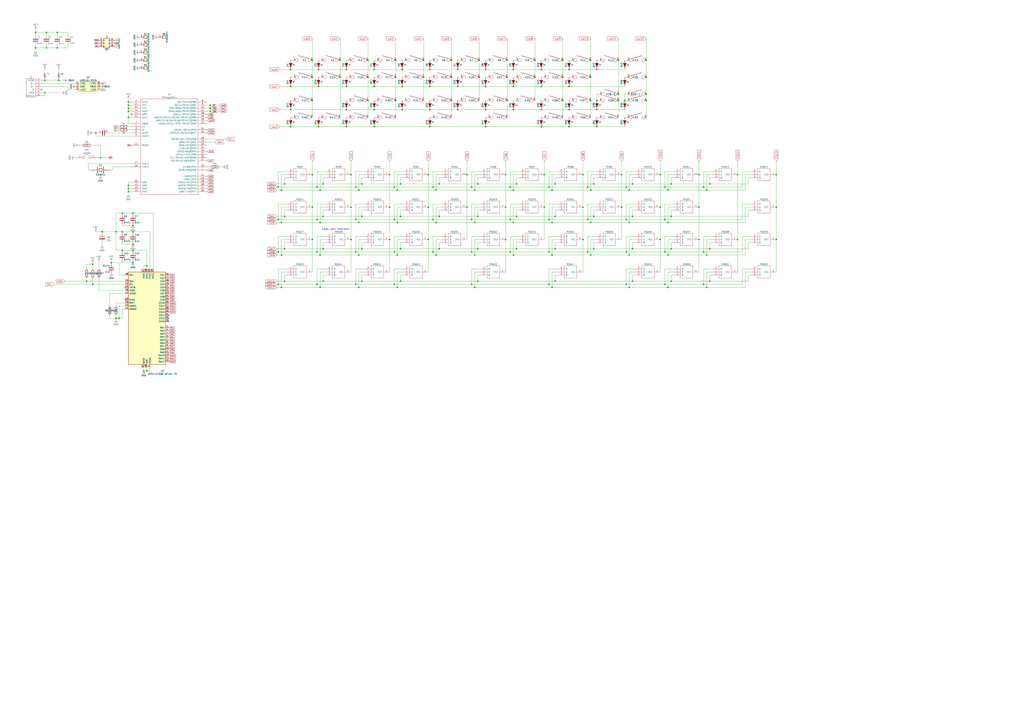
<source format=kicad_sch>
(kicad_sch (version 20211123) (generator eeschema)
  (paper "A1")
  (junction (at 347.98 49.53) (diameter 1.016))
  (junction (at 519.43 231.14) (diameter 1.016))
  (junction (at 487.68 151.13) (diameter 1.016))
  (junction (at 519.43 204.47) (diameter 1.016))
  (junction (at 453.39 236.22) (diameter 1.016))
  (junction (at 284.48 90.17) (diameter 1.016))
  (junction (at 36.83 76.2) (diameter 1.016))
  (junction (at 415.29 196.85) (diameter 1.016))
  (junction (at 516.89 236.22) (diameter 1.016))
  (junction (at 284.48 57.15) (diameter 1.016))
  (junction (at 358.14 182.88) (diameter 1.016))
  (junction (at 325.12 63.5) (diameter 1.016))
  (junction (at 467.36 90.17) (diameter 1.016))
  (junction (at 78.74 109.22) (diameter 1.016))
  (junction (at 97.79 261.62) (diameter 1.016))
  (junction (at 419.1 180.34) (diameter 1.016))
  (junction (at 453.39 209.55) (diameter 1.016))
  (junction (at 392.43 177.8) (diameter 1.016))
  (junction (at 260.35 207.01) (diameter 1.016))
  (junction (at 46.99 39.37) (diameter 1.016))
  (junction (at 260.35 153.67) (diameter 1.016))
  (junction (at 375.92 90.17) (diameter 1.016))
  (junction (at 421.64 156.21) (diameter 1.016))
  (junction (at 419.1 153.67) (diameter 1.016))
  (junction (at 109.22 205.74) (diameter 1.016))
  (junction (at 389.89 156.21) (diameter 1.016))
  (junction (at 548.64 182.88) (diameter 1.016))
  (junction (at 514.35 233.68) (diameter 1.016))
  (junction (at 48.26 66.04) (diameter 1.016))
  (junction (at 485.14 156.21) (diameter 1.016))
  (junction (at 228.6 180.34) (diameter 1.016))
  (junction (at 580.39 236.22) (diameter 1.016))
  (junction (at 265.43 231.14) (diameter 1.016))
  (junction (at 375.92 71.12) (diameter 1.016))
  (junction (at 387.35 233.68) (diameter 1.016))
  (junction (at 421.64 182.88) (diameter 1.016))
  (junction (at 105.41 86.36) (diameter 1.016))
  (junction (at 393.7 63.5) (diameter 1.016))
  (junction (at 485.14 82.55) (diameter 1.016))
  (junction (at 233.68 204.47) (diameter 1.016))
  (junction (at 307.34 90.17) (diameter 1.016))
  (junction (at 530.86 49.53) (diameter 1.016))
  (junction (at 439.42 63.5) (diameter 1.016))
  (junction (at 294.64 236.22) (diameter 1.016))
  (junction (at 302.26 63.5) (diameter 1.016))
  (junction (at 38.1 26.67) (diameter 1.016))
  (junction (at 637.54 196.85) (diameter 1.016))
  (junction (at 355.6 180.34) (diameter 1.016))
  (junction (at 292.1 153.67) (diameter 1.016))
  (junction (at 462.28 63.5) (diameter 1.016))
  (junction (at 238.76 90.17) (diameter 1.016))
  (junction (at 325.12 82.55) (diameter 1.016))
  (junction (at 514.35 153.67) (diameter 1.016))
  (junction (at 260.35 233.68) (diameter 1.016))
  (junction (at 256.54 82.55) (diameter 1.016))
  (junction (at 71.12 231.14) (diameter 1.016))
  (junction (at 302.26 49.53) (diameter 1.016))
  (junction (at 351.79 143.51) (diameter 1.016))
  (junction (at 265.43 204.47) (diameter 1.016))
  (junction (at 265.43 151.13) (diameter 1.016))
  (junction (at 389.89 182.88) (diameter 1.016))
  (junction (at 100.33 190.5) (diameter 1.016))
  (junction (at 455.93 177.8) (diameter 1.016))
  (junction (at 450.85 180.34) (diameter 1.016))
  (junction (at 172.72 86.36) (diameter 1.016))
  (junction (at 450.85 233.68) (diameter 1.016))
  (junction (at 330.2 71.12) (diameter 1.016))
  (junction (at 256.54 196.85) (diameter 1.016))
  (junction (at 487.68 204.47) (diameter 1.016))
  (junction (at 485.14 182.88) (diameter 1.016))
  (junction (at 105.41 96.52) (diameter 1.016))
  (junction (at 551.18 231.14) (diameter 1.016))
  (junction (at 256.54 63.5) (diameter 1.016))
  (junction (at 297.18 204.47) (diameter 1.016))
  (junction (at 416.56 82.55) (diameter 1.016))
  (junction (at 516.89 209.55) (diameter 1.016))
  (junction (at 105.41 91.44) (diameter 1.016))
  (junction (at 279.4 49.53) (diameter 1.016))
  (junction (at 76.2 233.68) (diameter 1.016))
  (junction (at 546.1 180.34) (diameter 1.016))
  (junction (at 546.1 233.68) (diameter 1.016))
  (junction (at 392.43 231.14) (diameter 1.016))
  (junction (at 421.64 209.55) (diameter 1.016))
  (junction (at 530.86 77.47) (diameter 1.016))
  (junction (at 546.1 153.67) (diameter 1.016))
  (junction (at 580.39 156.21) (diameter 1.016))
  (junction (at 325.12 49.53) (diameter 1.016))
  (junction (at 485.14 63.5) (diameter 1.016))
  (junction (at 326.39 156.21) (diameter 1.016))
  (junction (at 302.26 82.55) (diameter 1.016))
  (junction (at 307.34 104.14) (diameter 1.016))
  (junction (at 288.29 143.51) (diameter 1.016))
  (junction (at 307.34 57.15) (diameter 1.016))
  (junction (at 320.04 196.85) (diameter 1.016))
  (junction (at 323.85 180.34) (diameter 1.016))
  (junction (at 120.65 304.8) (diameter 1.016))
  (junction (at 256.54 143.51) (diameter 1.016))
  (junction (at 292.1 233.68) (diameter 1.016))
  (junction (at 375.92 57.15) (diameter 1.016))
  (junction (at 353.06 71.12) (diameter 1.016))
  (junction (at 530.86 82.55) (diameter 1.016))
  (junction (at 490.22 90.17) (diameter 1.016))
  (junction (at 91.44 215.9) (diameter 1.016))
  (junction (at 105.41 88.9) (diameter 1.016))
  (junction (at 109.22 175.26) (diameter 1.016))
  (junction (at 297.18 177.8) (diameter 1.016))
  (junction (at 29.21 26.67) (diameter 1.016))
  (junction (at 83.82 190.5) (diameter 1.016))
  (junction (at 118.11 304.8) (diameter 1.016))
  (junction (at 508 49.53) (diameter 1.016))
  (junction (at 323.85 233.68) (diameter 1.016))
  (junction (at 392.43 204.47) (diameter 1.016))
  (junction (at 582.93 204.47) (diameter 1.016))
  (junction (at 355.6 153.67) (diameter 1.016))
  (junction (at 360.68 204.47) (diameter 1.016))
  (junction (at 478.79 196.85) (diameter 1.016))
  (junction (at 297.18 151.13) (diameter 1.016))
  (junction (at 482.6 153.67) (diameter 1.016))
  (junction (at 467.36 57.15) (diameter 1.016))
  (junction (at 256.54 49.53) (diameter 1.016))
  (junction (at 398.78 57.15) (diameter 1.016))
  (junction (at 487.68 177.8) (diameter 1.016))
  (junction (at 351.79 196.85) (diameter 1.016))
  (junction (at 467.36 104.14) (diameter 1.016))
  (junction (at 514.35 207.01) (diameter 1.016))
  (junction (at 292.1 207.01) (diameter 1.016))
  (junction (at 424.18 204.47) (diameter 1.016))
  (junction (at 516.89 156.21) (diameter 1.016))
  (junction (at 398.78 90.17) (diameter 1.016))
  (junction (at 233.68 177.8) (diameter 1.016))
  (junction (at 353.06 57.15) (diameter 1.016))
  (junction (at 284.48 104.14) (diameter 1.016))
  (junction (at 387.35 180.34) (diameter 1.016))
  (junction (at 233.68 231.14) (diameter 1.016))
  (junction (at 109.22 185.42) (diameter 1.016))
  (junction (at 109.22 200.66) (diameter 1.016))
  (junction (at 105.41 154.94) (diameter 1.016))
  (junction (at 228.6 207.01) (diameter 1.016))
  (junction (at 421.64 57.15) (diameter 1.016))
  (junction (at 294.64 182.88) (diameter 1.016))
  (junction (at 231.14 156.21) (diameter 1.016))
  (junction (at 76.2 217.17) (diameter 1.016))
  (junction (at 453.39 156.21) (diameter 1.016))
  (junction (at 100.33 175.26) (diameter 1.016))
  (junction (at 330.2 57.15) (diameter 1.016))
  (junction (at 447.04 143.51) (diameter 1.016))
  (junction (at 444.5 90.17) (diameter 1.016))
  (junction (at 288.29 170.18) (diameter 1.016))
  (junction (at 326.39 209.55) (diameter 1.016))
  (junction (at 265.43 177.8) (diameter 1.016))
  (junction (at 389.89 209.55) (diameter 1.016))
  (junction (at 238.76 104.14) (diameter 1.016))
  (junction (at 29.21 39.37) (diameter 1.016))
  (junction (at 485.14 49.53) (diameter 1.016))
  (junction (at 516.89 182.88) (diameter 1.016))
  (junction (at 577.85 153.67) (diameter 1.016))
  (junction (at 482.6 207.01) (diameter 1.016))
  (junction (at 574.04 143.51) (diameter 1.016))
  (junction (at 542.29 196.85) (diameter 1.016))
  (junction (at 238.76 71.12) (diameter 1.016))
  (junction (at 330.2 90.17) (diameter 1.016))
  (junction (at 323.85 153.67) (diameter 1.016))
  (junction (at 284.48 71.12) (diameter 1.016))
  (junction (at 360.68 151.13) (diameter 1.016))
  (junction (at 582.93 231.14) (diameter 1.016))
  (junction (at 551.18 177.8) (diameter 1.016))
  (junction (at 105.41 157.48) (diameter 1.016))
  (junction (at 82.55 129.54) (diameter 1.016))
  (junction (at 548.64 209.55) (diameter 1.016))
  (junction (at 383.54 143.51) (diameter 1.016))
  (junction (at 478.79 143.51) (diameter 1.016))
  (junction (at 577.85 233.68) (diameter 1.016))
  (junction (at 172.72 91.44) (diameter 1.016))
  (junction (at 513.08 82.55) (diameter 1.016))
  (junction (at 326.39 182.88) (diameter 1.016))
  (junction (at 439.42 49.53) (diameter 1.016))
  (junction (at 95.25 261.62) (diameter 1.016))
  (junction (at 551.18 204.47) (diameter 1.016))
  (junction (at 355.6 207.01) (diameter 1.016))
  (junction (at 320.04 143.51) (diameter 1.016))
  (junction (at 294.64 209.55) (diameter 1.016))
  (junction (at 370.84 82.55) (diameter 1.016))
  (junction (at 288.29 196.85) (diameter 1.016))
  (junction (at 231.14 236.22) (diameter 1.016))
  (junction (at 358.14 156.21) (diameter 1.016))
  (junction (at 447.04 170.18) (diameter 1.016))
  (junction (at 109.22 190.5) (diameter 1.016))
  (junction (at 233.68 151.13) (diameter 1.016))
  (junction (at 542.29 170.18) (diameter 1.016))
  (junction (at 38.1 39.37) (diameter 1.016))
  (junction (at 462.28 49.53) (diameter 1.016))
  (junction (at 637.54 170.18) (diameter 1.016))
  (junction (at 510.54 143.51) (diameter 1.016))
  (junction (at 548.64 236.22) (diameter 1.016))
  (junction (at 260.35 180.34) (diameter 1.016))
  (junction (at 546.1 207.01) (diameter 1.016))
  (junction (at 326.39 236.22) (diameter 1.016))
  (junction (at 398.78 71.12) (diameter 1.016))
  (junction (at 424.18 151.13) (diameter 1.016))
  (junction (at 530.86 63.5) (diameter 1.016))
  (junction (at 360.68 177.8) (diameter 1.016))
  (junction (at 508 82.55) (diameter 1.016))
  (junction (at 353.06 104.14) (diameter 1.016))
  (junction (at 415.29 170.18) (diameter 1.016))
  (junction (at 416.56 63.5) (diameter 1.016))
  (junction (at 450.85 207.01) (diameter 1.016))
  (junction (at 519.43 177.8) (diameter 1.016))
  (junction (at 262.89 236.22) (diameter 1.016))
  (junction (at 262.89 209.55) (diameter 1.016))
  (junction (at 416.56 49.53) (diameter 1.016))
  (junction (at 172.72 88.9) (diameter 1.016))
  (junction (at 297.18 231.14) (diameter 1.016))
  (junction (at 490.22 57.15) (diameter 1.016))
  (junction (at 328.93 204.47) (diameter 1.016))
  (junction (at 292.1 180.34) (diameter 1.016))
  (junction (at 328.93 231.14) (diameter 1.016))
  (junction (at 637.54 143.51) (diameter 1.016))
  (junction (at 455.93 204.47) (diameter 1.016))
  (junction (at 120.65 218.44) (diameter 1.016))
  (junction (at 398.78 104.14) (diameter 1.016))
  (junction (at 455.93 231.14) (diameter 1.016))
  (junction (at 109.22 215.9) (diameter 1.016))
  (junction (at 519.43 151.13) (diameter 1.016))
  (junction (at 551.18 151.13) (diameter 1.016))
  (junction (at 262.89 156.21) (diameter 1.016))
  (junction (at 95.25 190.5) (diameter 1.016))
  (junction (at 424.18 177.8) (diameter 1.016))
  (junction (at 279.4 63.5) (diameter 1.016))
  (junction (at 307.34 71.12) (diameter 1.016))
  (junction (at 548.64 156.21) (diameter 1.016))
  (junction (at 605.79 143.51) (diameter 1.016))
  (junction (at 347.98 63.5) (diameter 1.016))
  (junction (at 261.62 71.12) (diameter 1.016))
  (junction (at 582.93 151.13) (diameter 1.016))
  (junction (at 100.33 205.74) (diameter 1.016))
  (junction (at 261.62 57.15) (diameter 1.016))
  (junction (at 444.5 71.12) (diameter 1.016))
  (junction (at 421.64 90.17) (diameter 1.016))
  (junction (at 323.85 207.01) (diameter 1.016))
  (junction (at 261.62 104.14) (diameter 1.016))
  (junction (at 482.6 180.34) (diameter 1.016))
  (junction (at 238.76 57.15) (diameter 1.016))
  (junction (at 508 77.47) (diameter 1.016))
  (junction (at 231.14 209.55) (diameter 1.016))
  (junction (at 455.93 151.13) (diameter 1.016))
  (junction (at 358.14 209.55) (diameter 1.016))
  (junction (at 419.1 207.01) (diameter 1.016))
  (junction (at 231.14 182.88) (diameter 1.016))
  (junction (at 444.5 104.14) (diameter 1.016))
  (junction (at 453.39 182.88) (diameter 1.016))
  (junction (at 320.04 170.18) (diameter 1.016))
  (junction (at 228.6 153.67) (diameter 1.016))
  (junction (at 36.83 66.04) (diameter 1.016))
  (junction (at 370.84 49.53) (diameter 1.016))
  (junction (at 383.54 170.18) (diameter 1.016))
  (junction (at 387.35 153.67) (diameter 1.016))
  (junction (at 393.7 49.53) (diameter 1.016))
  (junction (at 353.06 90.17) (diameter 1.016))
  (junction (at 490.22 104.14) (diameter 1.016))
  (junction (at 228.6 233.68) (diameter 1.016))
  (junction (at 387.35 207.01) (diameter 1.016))
  (junction (at 542.29 143.51) (diameter 1.016))
  (junction (at 421.64 71.12) (diameter 1.016))
  (junction (at 510.54 170.18) (diameter 1.016))
  (junction (at 580.39 209.55) (diameter 1.016))
  (junction (at 351.79 170.18) (diameter 1.016))
  (junction (at 478.79 170.18) (diameter 1.016))
  (junction (at 262.89 182.88) (diameter 1.016))
  (junction (at 294.64 156.21) (diameter 1.016))
  (junction (at 105.41 83.82) (diameter 1.016))
  (junction (at 328.93 151.13) (diameter 1.016))
  (junction (at 389.89 236.22) (diameter 1.016))
  (junction (at 574.04 170.18) (diameter 1.016))
  (junction (at 46.99 26.67) (diameter 1.016))
  (junction (at 328.93 177.8) (diameter 1.016))
  (junction (at 105.41 152.4) (diameter 1.016))
  (junction (at 467.36 71.12) (diameter 1.016))
  (junction (at 392.43 151.13) (diameter 1.016))
  (junction (at 415.29 143.51) (diameter 1.016))
  (junction (at 462.28 82.55) (diameter 1.016))
  (junction (at 450.85 153.67) (diameter 1.016))
  (junction (at 370.84 63.5) (diameter 1.016))
  (junction (at 490.22 82.55) (diameter 1.016))
  (junction (at 577.85 207.01) (diameter 1.016))
  (junction (at 605.79 196.85) (diameter 1.016))
  (junction (at 485.14 209.55) (diameter 1.016))
  (junction (at 514.35 180.34) (diameter 1.016))
  (junction (at 574.04 196.85) (diameter 1.016))
  (junction (at 256.54 170.18) (diameter 1.016))
  (junction (at 444.5 57.15) (diameter 1.016))
  (no_connect (at 138.43 259.08))
  (no_connect (at 138.43 261.62))
  (no_connect (at 138.43 264.16))
  (no_connect (at 102.87 236.22))
  (no_connect (at 107.95 93.98))
  (no_connect (at 102.87 246.38))
  (no_connect (at 34.29 73.66))
  (wire (pts (xy 292.1 194.31) (xy 292.1 207.01)))
  (wire (pts (xy 580.39 196.85) (xy 580.39 209.55)))
  (wire (pts (xy 351.79 132.08) (xy 351.79 143.51)))
  (wire (pts (xy 95.25 175.26) (xy 95.25 190.5)))
  (wire (pts (xy 95.25 175.26) (xy 100.33 175.26)))
  (wire (pts (xy 262.89 223.52) (xy 262.89 236.22)))
  (wire (pts (xy 267.97 223.52) (xy 262.89 223.52)))
  (wire (pts (xy 170.18 116.84) (xy 176.53 116.84)))
  (wire (pts (xy 265.43 151.13) (xy 297.18 151.13)))
  (wire (pts (xy 421.64 170.18) (xy 421.64 182.88)))
  (wire (pts (xy 29.21 36.83) (xy 29.21 39.37)))
  (wire (pts (xy 46.99 39.37) (xy 46.99 36.83)))
  (wire (pts (xy 389.89 170.18) (xy 389.89 182.88)))
  (wire (pts (xy 482.6 167.64) (xy 482.6 180.34)))
  (wire (pts (xy 105.41 149.86) (xy 107.95 149.86)))
  (wire (pts (xy 105.41 152.4) (xy 105.41 149.86)))
  (wire (pts (xy 105.41 154.94) (xy 105.41 152.4)))
  (wire (pts (xy 105.41 157.48) (xy 105.41 154.94)))
  (wire (pts (xy 105.41 160.02) (xy 105.41 157.48)))
  (wire (pts (xy 455.93 172.72) (xy 455.93 177.8)))
  (wire (pts (xy 508 49.53) (xy 508 77.47)))
  (wire (pts (xy 508 77.47) (xy 508 82.55)))
  (wire (pts (xy 34.29 68.58) (xy 62.23 68.58)))
  (wire (pts (xy 553.72 223.52) (xy 548.64 223.52)))
  (wire (pts (xy 637.54 170.18) (xy 637.54 196.85)))
  (wire (pts (xy 424.18 177.8) (xy 455.93 177.8)))
  (wire (pts (xy 233.68 204.47) (xy 227.33 204.47)))
  (wire (pts (xy 265.43 146.05) (xy 265.43 151.13)))
  (wire (pts (xy 231.14 236.22) (xy 262.89 236.22)))
  (wire (pts (xy 228.6 233.68) (xy 227.33 233.68)))
  (wire (pts (xy 516.89 182.88) (xy 548.64 182.88)))
  (wire (pts (xy 419.1 153.67) (xy 450.85 153.67)))
  (wire (pts (xy 394.97 167.64) (xy 387.35 167.64)))
  (wire (pts (xy 297.18 172.72) (xy 297.18 177.8)))
  (wire (pts (xy 83.82 199.39) (xy 83.82 201.93)))
  (wire (pts (xy 38.1 26.67) (xy 46.99 26.67)))
  (wire (pts (xy 262.89 196.85) (xy 262.89 209.55)))
  (wire (pts (xy 462.28 31.75) (xy 462.28 49.53)))
  (wire (pts (xy 585.47 196.85) (xy 580.39 196.85)))
  (wire (pts (xy 323.85 180.34) (xy 355.6 180.34)))
  (wire (pts (xy 450.85 180.34) (xy 482.6 180.34)))
  (wire (pts (xy 355.6 180.34) (xy 387.35 180.34)))
  (wire (pts (xy 548.64 209.55) (xy 580.39 209.55)))
  (wire (pts (xy 416.56 31.75) (xy 416.56 49.53)))
  (wire (pts (xy 299.72 172.72) (xy 297.18 172.72)))
  (wire (pts (xy 238.76 82.55) (xy 241.3 82.55)))
  (wire (pts (xy 387.35 140.97) (xy 387.35 153.67)))
  (wire (pts (xy 415.29 132.08) (xy 415.29 143.51)))
  (wire (pts (xy 490.22 172.72) (xy 487.68 172.72)))
  (wire (pts (xy 358.14 196.85) (xy 358.14 209.55)))
  (wire (pts (xy 91.44 215.9) (xy 97.79 215.9)))
  (wire (pts (xy 97.79 215.9) (xy 97.79 226.06)))
  (wire (pts (xy 97.79 226.06) (xy 102.87 226.06)))
  (wire (pts (xy 326.39 182.88) (xy 358.14 182.88)))
  (wire (pts (xy 513.08 63.5) (xy 515.62 63.5)))
  (wire (pts (xy 551.18 204.47) (xy 582.93 204.47)))
  (wire (pts (xy 516.89 236.22) (xy 548.64 236.22)))
  (wire (pts (xy 387.35 233.68) (xy 450.85 233.68)))
  (wire (pts (xy 105.41 154.94) (xy 107.95 154.94)))
  (wire (pts (xy 508 82.55) (xy 508 96.52)))
  (wire (pts (xy 292.1 153.67) (xy 323.85 153.67)))
  (wire (pts (xy 421.64 82.55) (xy 424.18 82.55)))
  (wire (pts (xy 548.64 223.52) (xy 548.64 236.22)))
  (wire (pts (xy 231.14 209.55) (xy 227.33 209.55)))
  (wire (pts (xy 553.72 170.18) (xy 548.64 170.18)))
  (wire (pts (xy 458.47 199.39) (xy 455.93 199.39)))
  (wire (pts (xy 294.64 182.88) (xy 326.39 182.88)))
  (wire (pts (xy 508 31.75) (xy 508 49.53)))
  (wire (pts (xy 548.64 143.51) (xy 548.64 156.21)))
  (wire (pts (xy 284.48 82.55) (xy 287.02 82.55)))
  (wire (pts (xy 387.35 167.64) (xy 387.35 180.34)))
  (wire (pts (xy 394.97 223.52) (xy 389.89 223.52)))
  (wire (pts (xy 392.43 204.47) (xy 424.18 204.47)))
  (wire (pts (xy 326.39 170.18) (xy 326.39 182.88)))
  (wire (pts (xy 553.72 196.85) (xy 548.64 196.85)))
  (wire (pts (xy 236.22 143.51) (xy 231.14 143.51)))
  (wire (pts (xy 328.93 151.13) (xy 360.68 151.13)))
  (wire (pts (xy 514.35 153.67) (xy 546.1 153.67)))
  (wire (pts (xy 331.47 194.31) (xy 323.85 194.31)))
  (wire (pts (xy 383.54 132.08) (xy 383.54 143.51)))
  (wire (pts (xy 231.14 143.51) (xy 231.14 156.21)))
  (wire (pts (xy 231.14 156.21) (xy 227.33 156.21)))
  (wire (pts (xy 353.06 82.55) (xy 355.6 82.55)))
  (wire (pts (xy 421.64 63.5) (xy 424.18 63.5)))
  (wire (pts (xy 585.47 220.98) (xy 577.85 220.98)))
  (wire (pts (xy 331.47 167.64) (xy 323.85 167.64)))
  (wire (pts (xy 297.18 199.39) (xy 297.18 204.47)))
  (wire (pts (xy 424.18 146.05) (xy 424.18 151.13)))
  (wire (pts (xy 444.5 49.53) (xy 447.04 49.53)))
  (wire (pts (xy 394.97 226.06) (xy 392.43 226.06)))
  (wire (pts (xy 637.54 143.51) (xy 637.54 170.18)))
  (wire (pts (xy 262.89 156.21) (xy 294.64 156.21)))
  (wire (pts (xy 551.18 151.13) (xy 582.93 151.13)))
  (wire (pts (xy 574.04 170.18) (xy 574.04 196.85)))
  (wire (pts (xy 387.35 153.67) (xy 419.1 153.67)))
  (wire (pts (xy 299.72 220.98) (xy 292.1 220.98)))
  (wire (pts (xy 109.22 175.26) (xy 125.73 175.26)))
  (wire (pts (xy 331.47 170.18) (xy 326.39 170.18)))
  (wire (pts (xy 107.95 137.16) (xy 92.71 137.16)))
  (wire (pts (xy 355.6 194.31) (xy 355.6 207.01)))
  (wire (pts (xy 256.54 170.18) (xy 256.54 196.85)))
  (wire (pts (xy 469.9 96.52) (xy 467.36 96.52)))
  (wire (pts (xy 330.2 82.55) (xy 332.74 82.55)))
  (wire (pts (xy 453.39 236.22) (xy 516.89 236.22)))
  (wire (pts (xy 551.18 172.72) (xy 551.18 177.8)))
  (wire (pts (xy 490.22 194.31) (xy 482.6 194.31)))
  (wire (pts (xy 71.12 228.6) (xy 71.12 231.14)))
  (wire (pts (xy 279.4 31.75) (xy 279.4 49.53)))
  (wire (pts (xy 530.86 49.53) (xy 530.86 63.5)))
  (wire (pts (xy 530.86 82.55) (xy 530.86 96.52)))
  (wire (pts (xy 519.43 226.06) (xy 519.43 231.14)))
  (wire (pts (xy 447.04 170.18) (xy 447.04 196.85)))
  (wire (pts (xy 580.39 143.51) (xy 580.39 156.21)))
  (wire (pts (xy 363.22 167.64) (xy 355.6 167.64)))
  (wire (pts (xy 490.22 96.52) (xy 492.76 96.52)))
  (wire (pts (xy 419.1 194.31) (xy 419.1 207.01)))
  (wire (pts (xy 107.95 86.36) (xy 105.41 86.36)))
  (wire (pts (xy 398.78 82.55) (xy 401.32 82.55)))
  (wire (pts (xy 514.35 180.34) (xy 546.1 180.34)))
  (wire (pts (xy 458.47 226.06) (xy 455.93 226.06)))
  (wire (pts (xy 617.22 172.72) (xy 614.68 172.72)))
  (wire (pts (xy 265.43 226.06) (xy 265.43 231.14)))
  (wire (pts (xy 453.39 182.88) (xy 485.14 182.88)))
  (wire (pts (xy 360.68 172.72) (xy 360.68 177.8)))
  (wire (pts (xy 288.29 170.18) (xy 288.29 196.85)))
  (wire (pts (xy 288.29 196.85) (xy 288.29 223.52)))
  (wire (pts (xy 326.39 143.51) (xy 326.39 156.21)))
  (wire (pts (xy 299.72 194.31) (xy 292.1 194.31)))
  (wire (pts (xy 580.39 236.22) (xy 612.14 236.22)))
  (wire (pts (xy 510.54 132.08) (xy 510.54 143.51)))
  (wire (pts (xy 426.72 140.97) (xy 419.1 140.97)))
  (wire (pts (xy 521.97 199.39) (xy 519.43 199.39)))
  (wire (pts (xy 617.22 220.98) (xy 609.6 220.98)))
  (wire (pts (xy 450.85 233.68) (xy 514.35 233.68)))
  (wire (pts (xy 105.41 96.52) (xy 105.41 101.6)))
  (wire (pts (xy 105.41 101.6) (xy 107.95 101.6)))
  (wire (pts (xy 467.36 63.5) (xy 469.9 63.5)))
  (wire (pts (xy 392.43 199.39) (xy 392.43 204.47)))
  (wire (pts (xy 228.6 194.31) (xy 228.6 207.01)))
  (wire (pts (xy 92.71 137.16) (xy 92.71 139.7)))
  (wire (pts (xy 297.18 151.13) (xy 328.93 151.13)))
  (wire (pts (xy 394.97 143.51) (xy 389.89 143.51)))
  (wire (pts (xy 267.97 167.64) (xy 260.35 167.64)))
  (wire (pts (xy 229.87 71.12) (xy 238.76 71.12)))
  (wire (pts (xy 238.76 71.12) (xy 261.62 71.12)))
  (wire (pts (xy 261.62 71.12) (xy 284.48 71.12)))
  (wire (pts (xy 284.48 71.12) (xy 307.34 71.12)))
  (wire (pts (xy 307.34 71.12) (xy 330.2 71.12)))
  (wire (pts (xy 330.2 71.12) (xy 353.06 71.12)))
  (wire (pts (xy 353.06 71.12) (xy 375.92 71.12)))
  (wire (pts (xy 375.92 71.12) (xy 398.78 71.12)))
  (wire (pts (xy 398.78 71.12) (xy 421.64 71.12)))
  (wire (pts (xy 421.64 71.12) (xy 444.5 71.12)))
  (wire (pts (xy 444.5 71.12) (xy 467.36 71.12)))
  (wire (pts (xy 467.36 71.12) (xy 513.08 71.12)))
  (wire (pts (xy 299.72 223.52) (xy 294.64 223.52)))
  (wire (pts (xy 419.1 140.97) (xy 419.1 153.67)))
  (wire (pts (xy 267.97 196.85) (xy 262.89 196.85)))
  (wire (pts (xy 542.29 132.08) (xy 542.29 143.51)))
  (wire (pts (xy 614.68 146.05) (xy 614.68 151.13)))
  (wire (pts (xy 444.5 63.5) (xy 447.04 63.5)))
  (wire (pts (xy 38.1 39.37) (xy 46.99 39.37)))
  (wire (pts (xy 389.89 182.88) (xy 421.64 182.88)))
  (wire (pts (xy 294.64 223.52) (xy 294.64 236.22)))
  (wire (pts (xy 612.14 196.85) (xy 612.14 209.55)))
  (wire (pts (xy 100.33 205.74) (xy 109.22 205.74)))
  (wire (pts (xy 100.33 207.01) (xy 100.33 205.74)))
  (wire (pts (xy 109.22 205.74) (xy 109.22 207.01)))
  (wire (pts (xy 107.95 83.82) (xy 105.41 83.82)))
  (wire (pts (xy 617.22 140.97) (xy 609.6 140.97)))
  (wire (pts (xy 490.22 167.64) (xy 482.6 167.64)))
  (wire (pts (xy 582.93 204.47) (xy 614.68 204.47)))
  (wire (pts (xy 233.68 204.47) (xy 265.43 204.47)))
  (wire (pts (xy 265.43 204.47) (xy 297.18 204.47)))
  (wire (pts (xy 458.47 196.85) (xy 453.39 196.85)))
  (wire (pts (xy 426.72 194.31) (xy 419.1 194.31)))
  (wire (pts (xy 392.43 172.72) (xy 392.43 177.8)))
  (wire (pts (xy 612.14 170.18) (xy 612.14 182.88)))
  (wire (pts (xy 514.35 220.98) (xy 514.35 233.68)))
  (wire (pts (xy 415.29 143.51) (xy 415.29 170.18)))
  (wire (pts (xy 297.18 177.8) (xy 328.93 177.8)))
  (wire (pts (xy 398.78 49.53) (xy 401.32 49.53)))
  (wire (pts (xy 331.47 199.39) (xy 328.93 199.39)))
  (wire (pts (xy 394.97 170.18) (xy 389.89 170.18)))
  (wire (pts (xy 267.97 220.98) (xy 260.35 220.98)))
  (wire (pts (xy 585.47 226.06) (xy 582.93 226.06)))
  (wire (pts (xy 320.04 196.85) (xy 320.04 223.52)))
  (wire (pts (xy 260.35 180.34) (xy 292.1 180.34)))
  (wire (pts (xy 331.47 146.05) (xy 328.93 146.05)))
  (wire (pts (xy 231.14 209.55) (xy 262.89 209.55)))
  (wire (pts (xy 262.89 209.55) (xy 294.64 209.55)))
  (wire (pts (xy 551.18 177.8) (xy 614.68 177.8)))
  (wire (pts (xy 355.6 140.97) (xy 355.6 153.67)))
  (wire (pts (xy 426.72 199.39) (xy 424.18 199.39)))
  (wire (pts (xy 170.18 86.36) (xy 172.72 86.36)))
  (wire (pts (xy 172.72 86.36) (xy 173.99 86.36)))
  (wire (pts (xy 331.47 172.72) (xy 328.93 172.72)))
  (wire (pts (xy 328.93 226.06) (xy 328.93 231.14)))
  (wire (pts (xy 485.14 49.53) (xy 485.14 63.5)))
  (wire (pts (xy 485.14 63.5) (xy 485.14 82.55)))
  (wire (pts (xy 485.14 82.55) (xy 485.14 96.52)))
  (wire (pts (xy 516.89 223.52) (xy 516.89 236.22)))
  (wire (pts (xy 90.17 241.3) (xy 102.87 241.3)))
  (wire (pts (xy 90.17 251.46) (xy 90.17 241.3)))
  (wire (pts (xy 637.54 196.85) (xy 637.54 223.52)))
  (wire (pts (xy 267.97 170.18) (xy 262.89 170.18)))
  (wire (pts (xy 485.14 143.51) (xy 485.14 156.21)))
  (wire (pts (xy 582.93 146.05) (xy 582.93 151.13)))
  (wire (pts (xy 553.72 172.72) (xy 551.18 172.72)))
  (wire (pts (xy 264.16 96.52) (xy 261.62 96.52)))
  (wire (pts (xy 355.6 49.53) (xy 353.06 49.53)))
  (wire (pts (xy 453.39 196.85) (xy 453.39 209.55)))
  (wire (pts (xy 455.93 146.05) (xy 455.93 151.13)))
  (wire (pts (xy 363.22 172.72) (xy 360.68 172.72)))
  (wire (pts (xy 118.11 218.44) (xy 120.65 218.44)))
  (wire (pts (xy 118.11 220.98) (xy 118.11 218.44)))
  (wire (pts (xy 394.97 196.85) (xy 389.89 196.85)))
  (wire (pts (xy 363.22 199.39) (xy 360.68 199.39)))
  (wire (pts (xy 389.89 209.55) (xy 421.64 209.55)))
  (wire (pts (xy 256.54 196.85) (xy 256.54 223.52)))
  (wire (pts (xy 355.6 153.67) (xy 387.35 153.67)))
  (wire (pts (xy 292.1 220.98) (xy 292.1 233.68)))
  (wire (pts (xy 170.18 114.3) (xy 185.42 114.3)))
  (wire (pts (xy 284.48 49.53) (xy 287.02 49.53)))
  (wire (pts (xy 302.26 31.75) (xy 302.26 49.53)))
  (wire (pts (xy 236.22 170.18) (xy 231.14 170.18)))
  (wire (pts (xy 521.97 140.97) (xy 514.35 140.97)))
  (wire (pts (xy 485.14 170.18) (xy 485.14 182.88)))
  (wire (pts (xy 105.41 152.4) (xy 107.95 152.4)))
  (wire (pts (xy 331.47 143.51) (xy 326.39 143.51)))
  (wire (pts (xy 292.1 207.01) (xy 323.85 207.01)))
  (wire (pts (xy 328.93 177.8) (xy 360.68 177.8)))
  (wire (pts (xy 580.39 223.52) (xy 580.39 236.22)))
  (wire (pts (xy 233.68 151.13) (xy 265.43 151.13)))
  (wire (pts (xy 516.89 170.18) (xy 516.89 182.88)))
  (wire (pts (xy 577.85 233.68) (xy 609.6 233.68)))
  (wire (pts (xy 288.29 132.08) (xy 288.29 143.51)))
  (wire (pts (xy 331.47 220.98) (xy 323.85 220.98)))
  (wire (pts (xy 64.77 119.38) (xy 67.31 119.38)))
  (wire (pts (xy 514.35 233.68) (xy 546.1 233.68)))
  (wire (pts (xy 63.5 129.54) (xy 60.96 129.54)))
  (wire (pts (xy 617.22 196.85) (xy 612.14 196.85)))
  (wire (pts (xy 580.39 156.21) (xy 612.14 156.21)))
  (wire (pts (xy 363.22 170.18) (xy 358.14 170.18)))
  (wire (pts (xy 95.25 248.92) (xy 95.25 251.46)))
  (wire (pts (xy 323.85 233.68) (xy 387.35 233.68)))
  (wire (pts (xy 487.68 177.8) (xy 519.43 177.8)))
  (wire (pts (xy 236.22 167.64) (xy 228.6 167.64)))
  (wire (pts (xy 120.65 304.8) (xy 123.19 304.8)))
  (wire (pts (xy 123.19 304.8) (xy 123.19 302.26)))
  (wire (pts (xy 450.85 153.67) (xy 482.6 153.67)))
  (wire (pts (xy 514.35 140.97) (xy 514.35 153.67)))
  (wire (pts (xy 297.18 226.06) (xy 297.18 231.14)))
  (wire (pts (xy 617.22 170.18) (xy 612.14 170.18)))
  (wire (pts (xy 233.68 199.39) (xy 233.68 204.47)))
  (wire (pts (xy 323.85 220.98) (xy 323.85 233.68)))
  (wire (pts (xy 553.72 199.39) (xy 551.18 199.39)))
  (wire (pts (xy 458.47 172.72) (xy 455.93 172.72)))
  (wire (pts (xy 393.7 63.5) (xy 393.7 82.55)))
  (wire (pts (xy 363.22 143.51) (xy 358.14 143.51)))
  (wire (pts (xy 546.1 167.64) (xy 546.1 180.34)))
  (wire (pts (xy 229.87 90.17) (xy 238.76 90.17)))
  (wire (pts (xy 238.76 90.17) (xy 284.48 90.17)))
  (wire (pts (xy 284.48 90.17) (xy 307.34 90.17)))
  (wire (pts (xy 307.34 90.17) (xy 330.2 90.17)))
  (wire (pts (xy 330.2 90.17) (xy 353.06 90.17)))
  (wire (pts (xy 353.06 90.17) (xy 375.92 90.17)))
  (wire (pts (xy 375.92 90.17) (xy 398.78 90.17)))
  (wire (pts (xy 398.78 90.17) (xy 421.64 90.17)))
  (wire (pts (xy 421.64 90.17) (xy 444.5 90.17)))
  (wire (pts (xy 444.5 90.17) (xy 467.36 90.17)))
  (wire (pts (xy 467.36 90.17) (xy 490.22 90.17)))
  (wire (pts (xy 490.22 90.17) (xy 513.08 90.17)))
  (wire (pts (xy 228.6 207.01) (xy 260.35 207.01)))
  (wire (pts (xy 260.35 207.01) (xy 292.1 207.01)))
  (wire (pts (xy 48.26 64.77) (xy 48.26 66.04)))
  (wire (pts (xy 515.62 49.53) (xy 513.08 49.53)))
  (wire (pts (xy 100.33 215.9) (xy 100.33 214.63)))
  (wire (pts (xy 109.22 214.63) (xy 109.22 215.9)))
  (wire (pts (xy 109.22 215.9) (xy 100.33 215.9)))
  (wire (pts (xy 519.43 177.8) (xy 551.18 177.8)))
  (wire (pts (xy 100.33 254) (xy 100.33 261.62)))
  (wire (pts (xy 102.87 254) (xy 100.33 254)))
  (wire (pts (xy 490.22 199.39) (xy 487.68 199.39)))
  (wire (pts (xy 299.72 146.05) (xy 297.18 146.05)))
  (wire (pts (xy 353.06 63.5) (xy 355.6 63.5)))
  (wire (pts (xy 109.22 205.74) (xy 120.65 205.74)))
  (wire (pts (xy 120.65 205.74) (xy 120.65 218.44)))
  (wire (pts (xy 120.65 218.44) (xy 120.65 220.98)))
  (wire (pts (xy 81.28 228.6) (xy 81.28 238.76)))
  (wire (pts (xy 514.35 194.31) (xy 514.35 207.01)))
  (wire (pts (xy 389.89 236.22) (xy 453.39 236.22)))
  (wire (pts (xy 236.22 194.31) (xy 228.6 194.31)))
  (wire (pts (xy 294.64 156.21) (xy 326.39 156.21)))
  (wire (pts (xy 485.14 31.75) (xy 485.14 49.53)))
  (wire (pts (xy 482.6 180.34) (xy 514.35 180.34)))
  (wire (pts (xy 299.72 196.85) (xy 294.64 196.85)))
  (wire (pts (xy 288.29 143.51) (xy 288.29 170.18)))
  (wire (pts (xy 490.22 143.51) (xy 485.14 143.51)))
  (wire (pts (xy 617.22 199.39) (xy 614.68 199.39)))
  (wire (pts (xy 363.22 146.05) (xy 360.68 146.05)))
  (wire (pts (xy 228.6 207.01) (xy 227.33 207.01)))
  (wire (pts (xy 582.93 226.06) (xy 582.93 231.14)))
  (wire (pts (xy 228.6 180.34) (xy 227.33 180.34)))
  (wire (pts (xy 236.22 196.85) (xy 231.14 196.85)))
  (wire (pts (xy 582.93 199.39) (xy 582.93 204.47)))
  (wire (pts (xy 292.1 180.34) (xy 323.85 180.34)))
  (wire (pts (xy 516.89 196.85) (xy 516.89 209.55)))
  (wire (pts (xy 453.39 223.52) (xy 453.39 236.22)))
  (wire (pts (xy 76.2 217.17) (xy 76.2 220.98)))
  (wire (pts (xy 421.64 196.85) (xy 421.64 209.55)))
  (wire (pts (xy 107.95 106.68) (xy 105.41 106.68)))
  (wire (pts (xy 265.43 177.8) (xy 297.18 177.8)))
  (wire (pts (xy 38.1 36.83) (xy 38.1 39.37)))
  (wire (pts (xy 439.42 63.5) (xy 439.42 82.55)))
  (wire (pts (xy 229.87 104.14) (xy 238.76 104.14)))
  (wire (pts (xy 238.76 104.14) (xy 261.62 104.14)))
  (wire (pts (xy 261.62 104.14) (xy 284.48 104.14)))
  (wire (pts (xy 284.48 104.14) (xy 307.34 104.14)))
  (wire (pts (xy 307.34 104.14) (xy 353.06 104.14)))
  (wire (pts (xy 353.06 104.14) (xy 398.78 104.14)))
  (wire (pts (xy 398.78 104.14) (xy 444.5 104.14)))
  (wire (pts (xy 444.5 104.14) (xy 467.36 104.14)))
  (wire (pts (xy 467.36 104.14) (xy 490.22 104.14)))
  (wire (pts (xy 490.22 104.14) (xy 513.08 104.14)))
  (wire (pts (xy 78.74 190.5) (xy 83.82 190.5)))
  (wire (pts (xy 100.33 175.26) (xy 109.22 175.26)))
  (wire (pts (xy 100.33 176.53) (xy 100.33 175.26)))
  (wire (pts (xy 109.22 175.26) (xy 109.22 176.53)))
  (wire (pts (xy 228.6 233.68) (xy 260.35 233.68)))
  (wire (pts (xy 519.43 204.47) (xy 551.18 204.47)))
  (wire (pts (xy 394.97 220.98) (xy 387.35 220.98)))
  (wire (pts (xy 614.68 199.39) (xy 614.68 204.47)))
  (wire (pts (xy 262.89 236.22) (xy 294.64 236.22)))
  (wire (pts (xy 458.47 146.05) (xy 455.93 146.05)))
  (wire (pts (xy 236.22 140.97) (xy 228.6 140.97)))
  (wire (pts (xy 326.39 156.21) (xy 358.14 156.21)))
  (wire (pts (xy 323.85 194.31) (xy 323.85 207.01)))
  (wire (pts (xy 279.4 63.5) (xy 279.4 96.52)))
  (wire (pts (xy 487.68 172.72) (xy 487.68 177.8)))
  (wire (pts (xy 292.1 233.68) (xy 323.85 233.68)))
  (wire (pts (xy 609.6 140.97) (xy 609.6 153.67)))
  (wire (pts (xy 574.04 143.51) (xy 574.04 170.18)))
  (wire (pts (xy 426.72 167.64) (xy 419.1 167.64)))
  (wire (pts (xy 34.29 76.2) (xy 36.83 76.2)))
  (wire (pts (xy 490.22 170.18) (xy 485.14 170.18)))
  (wire (pts (xy 637.54 132.08) (xy 637.54 143.51)))
  (wire (pts (xy 105.41 157.48) (xy 107.95 157.48)))
  (wire (pts (xy 236.22 226.06) (xy 233.68 226.06)))
  (wire (pts (xy 519.43 146.05) (xy 519.43 151.13)))
  (wire (pts (xy 585.47 143.51) (xy 580.39 143.51)))
  (wire (pts (xy 514.35 167.64) (xy 514.35 180.34)))
  (wire (pts (xy 323.85 140.97) (xy 323.85 153.67)))
  (wire (pts (xy 90.17 139.7) (xy 92.71 139.7)))
  (wire (pts (xy 424.18 151.13) (xy 455.93 151.13)))
  (wire (pts (xy 231.14 156.21) (xy 262.89 156.21)))
  (wire (pts (xy 439.42 31.75) (xy 439.42 49.53)))
  (wire (pts (xy 48.26 57.15) (xy 48.26 59.69)))
  (wire (pts (xy 617.22 194.31) (xy 609.6 194.31)))
  (wire (pts (xy 458.47 220.98) (xy 450.85 220.98)))
  (wire (pts (xy 482.6 153.67) (xy 514.35 153.67)))
  (wire (pts (xy 76.2 215.9) (xy 76.2 217.17)))
  (wire (pts (xy 585.47 199.39) (xy 582.93 199.39)))
  (wire (pts (xy 515.62 96.52) (xy 513.08 96.52)))
  (wire (pts (xy 76.2 228.6) (xy 76.2 233.68)))
  (wire (pts (xy 455.93 226.06) (xy 455.93 231.14)))
  (wire (pts (xy 100.33 184.15) (xy 100.33 185.42)))
  (wire (pts (xy 100.33 185.42) (xy 109.22 185.42)))
  (wire (pts (xy 109.22 185.42) (xy 109.22 184.15)))
  (wire (pts (xy 72.39 134.62) (xy 107.95 134.62)))
  (wire (pts (xy 609.6 194.31) (xy 609.6 207.01)))
  (wire (pts (xy 513.08 77.47) (xy 513.08 82.55)))
  (wire (pts (xy 515.62 77.47) (xy 513.08 77.47)))
  (wire (pts (xy 513.08 82.55) (xy 515.62 82.55)))
  (wire (pts (xy 231.14 236.22) (xy 227.33 236.22)))
  (wire (pts (xy 617.22 226.06) (xy 614.68 226.06)))
  (wire (pts (xy 519.43 231.14) (xy 551.18 231.14)))
  (wire (pts (xy 424.18 199.39) (xy 424.18 204.47)))
  (wire (pts (xy 387.35 207.01) (xy 419.1 207.01)))
  (wire (pts (xy 284.48 96.52) (xy 287.02 96.52)))
  (wire (pts (xy 256.54 49.53) (xy 256.54 63.5)))
  (wire (pts (xy 256.54 82.55) (xy 256.54 96.52)))
  (wire (pts (xy 492.76 49.53) (xy 490.22 49.53)))
  (wire (pts (xy 325.12 49.53) (xy 325.12 63.5)))
  (wire (pts (xy 325.12 63.5) (xy 325.12 82.55)))
  (wire (pts (xy 325.12 82.55) (xy 325.12 96.52)))
  (wire (pts (xy 392.43 177.8) (xy 424.18 177.8)))
  (wire (pts (xy 389.89 223.52) (xy 389.89 236.22)))
  (wire (pts (xy 262.89 182.88) (xy 294.64 182.88)))
  (wire (pts (xy 614.68 172.72) (xy 614.68 177.8)))
  (wire (pts (xy 299.72 199.39) (xy 297.18 199.39)))
  (wire (pts (xy 617.22 146.05) (xy 614.68 146.05)))
  (wire (pts (xy 299.72 143.51) (xy 294.64 143.51)))
  (wire (pts (xy 363.22 140.97) (xy 355.6 140.97)))
  (wire (pts (xy 236.22 199.39) (xy 233.68 199.39)))
  (wire (pts (xy 78.74 129.54) (xy 82.55 129.54)))
  (wire (pts (xy 585.47 146.05) (xy 582.93 146.05)))
  (wire (pts (xy 231.14 170.18) (xy 231.14 182.88)))
  (wire (pts (xy 375.92 63.5) (xy 378.46 63.5)))
  (wire (pts (xy 228.6 140.97) (xy 228.6 153.67)))
  (wire (pts (xy 228.6 153.67) (xy 227.33 153.67)))
  (wire (pts (xy 328.93 199.39) (xy 328.93 204.47)))
  (wire (pts (xy 233.68 231.14) (xy 265.43 231.14)))
  (wire (pts (xy 455.93 199.39) (xy 455.93 204.47)))
  (wire (pts (xy 360.68 177.8) (xy 392.43 177.8)))
  (wire (pts (xy 55.88 39.37) (xy 55.88 36.83)))
  (wire (pts (xy 36.83 76.2) (xy 50.8 76.2)))
  (wire (pts (xy 609.6 167.64) (xy 609.6 180.34)))
  (wire (pts (xy 605.79 143.51) (xy 605.79 196.85)))
  (wire (pts (xy 78.74 111.76) (xy 78.74 109.22)))
  (wire (pts (xy 355.6 167.64) (xy 355.6 180.34)))
  (wire (pts (xy 355.6 207.01) (xy 387.35 207.01)))
  (wire (pts (xy 38.1 26.67) (xy 38.1 29.21)))
  (wire (pts (xy 29.21 39.37) (xy 29.21 41.91)))
  (wire (pts (xy 582.93 231.14) (xy 614.68 231.14)))
  (wire (pts (xy 71.12 217.17) (xy 71.12 220.98)))
  (wire (pts (xy 76.2 217.17) (xy 71.12 217.17)))
  (wire (pts (xy 325.12 31.75) (xy 325.12 49.53)))
  (wire (pts (xy 546.1 233.68) (xy 577.85 233.68)))
  (wire (pts (xy 228.6 220.98) (xy 228.6 233.68)))
  (wire (pts (xy 297.18 146.05) (xy 297.18 151.13)))
  (wire (pts (xy 297.18 231.14) (xy 328.93 231.14)))
  (wire (pts (xy 29.21 26.67) (xy 38.1 26.67)))
  (wire (pts (xy 307.34 49.53) (xy 309.88 49.53)))
  (wire (pts (xy 458.47 194.31) (xy 450.85 194.31)))
  (wire (pts (xy 36.83 78.74) (xy 36.83 76.2)))
  (wire (pts (xy 267.97 143.51) (xy 262.89 143.51)))
  (wire (pts (xy 294.64 209.55) (xy 326.39 209.55)))
  (wire (pts (xy 546.1 220.98) (xy 546.1 233.68)))
  (wire (pts (xy 478.79 196.85) (xy 478.79 223.52)))
  (wire (pts (xy 100.33 190.5) (xy 100.33 191.77)))
  (wire (pts (xy 109.22 190.5) (xy 100.33 190.5)))
  (wire (pts (xy 123.19 190.5) (xy 109.22 190.5)))
  (wire (pts (xy 123.19 220.98) (xy 123.19 190.5)))
  (wire (pts (xy 78.74 109.22) (xy 81.28 109.22)))
  (wire (pts (xy 358.14 143.51) (xy 358.14 156.21)))
  (wire (pts (xy 360.68 146.05) (xy 360.68 151.13)))
  (wire (pts (xy 46.99 26.67) (xy 46.99 29.21)))
  (wire (pts (xy 95.25 261.62) (xy 97.79 261.62)))
  (wire (pts (xy 97.79 251.46) (xy 97.79 261.62)))
  (wire (pts (xy 97.79 261.62) (xy 100.33 261.62)))
  (wire (pts (xy 102.87 251.46) (xy 97.79 251.46)))
  (wire (pts (xy 482.6 140.97) (xy 482.6 153.67)))
  (wire (pts (xy 331.47 223.52) (xy 326.39 223.52)))
  (wire (pts (xy 46.99 39.37) (xy 55.88 39.37)))
  (wire (pts (xy 267.97 194.31) (xy 260.35 194.31)))
  (wire (pts (xy 241.3 63.5) (xy 238.76 63.5)))
  (wire (pts (xy 546.1 153.67) (xy 577.85 153.67)))
  (wire (pts (xy 55.88 71.12) (xy 55.88 73.66)))
  (wire (pts (xy 421.64 209.55) (xy 453.39 209.55)))
  (wire (pts (xy 363.22 196.85) (xy 358.14 196.85)))
  (wire (pts (xy 401.32 96.52) (xy 398.78 96.52)))
  (wire (pts (xy 392.43 146.05) (xy 392.43 151.13)))
  (wire (pts (xy 55.88 26.67) (xy 55.88 29.21)))
  (wire (pts (xy 542.29 143.51) (xy 542.29 170.18)))
  (wire (pts (xy 389.89 156.21) (xy 421.64 156.21)))
  (wire (pts (xy 453.39 156.21) (xy 485.14 156.21)))
  (wire (pts (xy 444.5 82.55) (xy 447.04 82.55)))
  (wire (pts (xy 577.85 140.97) (xy 577.85 153.67)))
  (wire (pts (xy 542.29 170.18) (xy 542.29 196.85)))
  (wire (pts (xy 256.54 31.75) (xy 256.54 49.53)))
  (wire (pts (xy 233.68 231.14) (xy 227.33 231.14)))
  (wire (pts (xy 487.68 146.05) (xy 487.68 151.13)))
  (wire (pts (xy 485.14 209.55) (xy 516.89 209.55)))
  (wire (pts (xy 450.85 220.98) (xy 450.85 233.68)))
  (wire (pts (xy 426.72 172.72) (xy 424.18 172.72)))
  (wire (pts (xy 490.22 140.97) (xy 482.6 140.97)))
  (wire (pts (xy 394.97 172.72) (xy 392.43 172.72)))
  (wire (pts (xy 612.14 143.51) (xy 612.14 156.21)))
  (wire (pts (xy 88.9 109.22) (xy 107.95 109.22)))
  (wire (pts (xy 29.21 24.13) (xy 29.21 26.67)))
  (wire (pts (xy 46.99 26.67) (xy 55.88 26.67)))
  (wire (pts (xy 469.9 49.53) (xy 467.36 49.53)))
  (wire (pts (xy 105.41 83.82) (xy 105.41 81.28)))
  (wire (pts (xy 95.25 205.74) (xy 100.33 205.74)))
  (wire (pts (xy 458.47 170.18) (xy 453.39 170.18)))
  (wire (pts (xy 398.78 63.5) (xy 401.32 63.5)))
  (wire (pts (xy 482.6 207.01) (xy 514.35 207.01)))
  (wire (pts (xy 548.64 156.21) (xy 580.39 156.21)))
  (wire (pts (xy 351.79 170.18) (xy 351.79 196.85)))
  (wire (pts (xy 458.47 143.51) (xy 453.39 143.51)))
  (wire (pts (xy 233.68 172.72) (xy 233.68 177.8)))
  (wire (pts (xy 95.25 190.5) (xy 95.25 205.74)))
  (wire (pts (xy 450.85 140.97) (xy 450.85 153.67)))
  (wire (pts (xy 510.54 143.51) (xy 510.54 170.18)))
  (wire (pts (xy 521.97 226.06) (xy 519.43 226.06)))
  (wire (pts (xy 105.41 88.9) (xy 105.41 91.44)))
  (wire (pts (xy 105.41 91.44) (xy 107.95 91.44)))
  (wire (pts (xy 485.14 182.88) (xy 516.89 182.88)))
  (wire (pts (xy 389.89 143.51) (xy 389.89 156.21)))
  (wire (pts (xy 462.28 49.53) (xy 462.28 63.5)))
  (wire (pts (xy 462.28 63.5) (xy 462.28 82.55)))
  (wire (pts (xy 462.28 82.55) (xy 462.28 96.52)))
  (wire (pts (xy 605.79 196.85) (xy 605.79 223.52)))
  (wire (pts (xy 519.43 172.72) (xy 519.43 177.8)))
  (wire (pts (xy 328.93 204.47) (xy 360.68 204.47)))
  (wire (pts (xy 419.1 180.34) (xy 450.85 180.34)))
  (wire (pts (xy 326.39 209.55) (xy 358.14 209.55)))
  (wire (pts (xy 450.85 167.64) (xy 450.85 180.34)))
  (wire (pts (xy 228.6 167.64) (xy 228.6 180.34)))
  (wire (pts (xy 605.79 132.08) (xy 605.79 143.51)))
  (wire (pts (xy 530.86 63.5) (xy 530.86 77.47)))
  (wire (pts (xy 530.86 77.47) (xy 530.86 82.55)))
  (wire (pts (xy 236.22 223.52) (xy 231.14 223.52)))
  (wire (pts (xy 521.97 223.52) (xy 516.89 223.52)))
  (wire (pts (xy 577.85 207.01) (xy 609.6 207.01)))
  (wire (pts (xy 307.34 82.55) (xy 309.88 82.55)))
  (wire (pts (xy 426.72 146.05) (xy 424.18 146.05)))
  (wire (pts (xy 577.85 220.98) (xy 577.85 233.68)))
  (wire (pts (xy 260.35 233.68) (xy 292.1 233.68)))
  (wire (pts (xy 323.85 153.67) (xy 355.6 153.67)))
  (wire (pts (xy 267.97 199.39) (xy 265.43 199.39)))
  (wire (pts (xy 421.64 182.88) (xy 453.39 182.88)))
  (wire (pts (xy 29.21 39.37) (xy 38.1 39.37)))
  (wire (pts (xy 490.22 196.85) (xy 485.14 196.85)))
  (wire (pts (xy 105.41 104.14) (xy 107.95 104.14)))
  (wire (pts (xy 180.34 137.16) (xy 182.88 137.16)))
  (wire (pts (xy 331.47 196.85) (xy 326.39 196.85)))
  (wire (pts (xy 455.93 177.8) (xy 487.68 177.8)))
  (wire (pts (xy 482.6 194.31) (xy 482.6 207.01)))
  (wire (pts (xy 228.6 180.34) (xy 260.35 180.34)))
  (wire (pts (xy 419.1 167.64) (xy 419.1 180.34)))
  (wire (pts (xy 387.35 180.34) (xy 419.1 180.34)))
  (wire (pts (xy 424.18 172.72) (xy 424.18 177.8)))
  (wire (pts (xy 44.45 233.68) (xy 76.2 233.68)))
  (wire (pts (xy 76.2 233.68) (xy 102.87 233.68)))
  (wire (pts (xy 36.83 66.04) (xy 48.26 66.04)))
  (wire (pts (xy 48.26 66.04) (xy 52.07 66.04)))
  (wire (pts (xy 262.89 143.51) (xy 262.89 156.21)))
  (wire (pts (xy 387.35 220.98) (xy 387.35 233.68)))
  (wire (pts (xy 574.04 196.85) (xy 574.04 223.52)))
  (wire (pts (xy 95.25 259.08) (xy 95.25 261.62)))
  (wire (pts (xy 95.25 261.62) (xy 95.25 262.89)))
  (wire (pts (xy 34.29 66.04) (xy 36.83 66.04)))
  (wire (pts (xy 394.97 199.39) (xy 392.43 199.39)))
  (wire (pts (xy 490.22 146.05) (xy 487.68 146.05)))
  (wire (pts (xy 553.72 140.97) (xy 546.1 140.97)))
  (wire (pts (xy 328.93 172.72) (xy 328.93 177.8)))
  (wire (pts (xy 553.72 220.98) (xy 546.1 220.98)))
  (wire (pts (xy 516.89 156.21) (xy 548.64 156.21)))
  (wire (pts (xy 170.18 137.16) (xy 172.72 137.16)))
  (wire (pts (xy 260.35 167.64) (xy 260.35 180.34)))
  (wire (pts (xy 370.84 49.53) (xy 370.84 63.5)))
  (wire (pts (xy 370.84 63.5) (xy 370.84 82.55)))
  (wire (pts (xy 370.84 82.55) (xy 370.84 96.52)))
  (wire (pts (xy 426.72 196.85) (xy 421.64 196.85)))
  (wire (pts (xy 105.41 86.36) (xy 105.41 88.9)))
  (wire (pts (xy 105.41 88.9) (xy 107.95 88.9)))
  (wire (pts (xy 292.1 167.64) (xy 292.1 180.34)))
  (wire (pts (xy 228.6 153.67) (xy 260.35 153.67)))
  (wire (pts (xy 353.06 96.52) (xy 355.6 96.52)))
  (wire (pts (xy 328.93 231.14) (xy 392.43 231.14)))
  (wire (pts (xy 574.04 132.08) (xy 574.04 143.51)))
  (wire (pts (xy 267.97 146.05) (xy 265.43 146.05)))
  (wire (pts (xy 299.72 170.18) (xy 294.64 170.18)))
  (wire (pts (xy 419.1 207.01) (xy 450.85 207.01)))
  (wire (pts (xy 485.14 156.21) (xy 516.89 156.21)))
  (wire (pts (xy 34.29 78.74) (xy 36.83 78.74)))
  (wire (pts (xy 265.43 231.14) (xy 297.18 231.14)))
  (wire (pts (xy 320.04 170.18) (xy 320.04 196.85)))
  (wire (pts (xy 90.17 259.08) (xy 90.17 261.62)))
  (wire (pts (xy 90.17 261.62) (xy 95.25 261.62)))
  (wire (pts (xy 358.14 182.88) (xy 389.89 182.88)))
  (wire (pts (xy 363.22 194.31) (xy 355.6 194.31)))
  (wire (pts (xy 331.47 226.06) (xy 328.93 226.06)))
  (wire (pts (xy 95.25 248.92) (xy 102.87 248.92)))
  (wire (pts (xy 320.04 143.51) (xy 320.04 170.18)))
  (wire (pts (xy 447.04 132.08) (xy 447.04 143.51)))
  (wire (pts (xy 394.97 194.31) (xy 387.35 194.31)))
  (wire (pts (xy 519.43 151.13) (xy 551.18 151.13)))
  (wire (pts (xy 351.79 143.51) (xy 351.79 170.18)))
  (wire (pts (xy 109.22 190.5) (xy 109.22 191.77)))
  (wire (pts (xy 453.39 143.51) (xy 453.39 156.21)))
  (wire (pts (xy 553.72 167.64) (xy 546.1 167.64)))
  (wire (pts (xy 125.73 175.26) (xy 125.73 220.98)))
  (wire (pts (xy 264.16 63.5) (xy 261.62 63.5)))
  (wire (pts (xy 487.68 151.13) (xy 519.43 151.13)))
  (wire (pts (xy 347.98 63.5) (xy 347.98 82.55)))
  (wire (pts (xy 299.72 226.06) (xy 297.18 226.06)))
  (wire (pts (xy 233.68 146.05) (xy 233.68 151.13)))
  (wire (pts (xy 233.68 151.13) (xy 227.33 151.13)))
  (wire (pts (xy 453.39 209.55) (xy 485.14 209.55)))
  (wire (pts (xy 36.83 59.69) (xy 36.83 57.15)))
  (wire (pts (xy 279.4 49.53) (xy 279.4 63.5)))
  (wire (pts (xy 241.3 96.52) (xy 238.76 96.52)))
  (wire (pts (xy 172.72 91.44) (xy 172.72 92.71)))
  (wire (pts (xy 179.07 91.44) (xy 179.07 92.71)))
  (wire (pts (xy 179.07 92.71) (xy 172.72 92.71)))
  (wire (pts (xy 180.34 91.44) (xy 179.07 91.44)))
  (wire (pts (xy 458.47 167.64) (xy 450.85 167.64)))
  (wire (pts (xy 378.46 49.53) (xy 375.92 49.53)))
  (wire (pts (xy 231.14 196.85) (xy 231.14 209.55)))
  (wire (pts (xy 236.22 220.98) (xy 228.6 220.98)))
  (wire (pts (xy 546.1 180.34) (xy 609.6 180.34)))
  (wire (pts (xy 521.97 146.05) (xy 519.43 146.05)))
  (wire (pts (xy 453.39 170.18) (xy 453.39 182.88)))
  (wire (pts (xy 553.72 143.51) (xy 548.64 143.51)))
  (wire (pts (xy 323.85 167.64) (xy 323.85 180.34)))
  (wire (pts (xy 485.14 196.85) (xy 485.14 209.55)))
  (wire (pts (xy 548.64 170.18) (xy 548.64 182.88)))
  (wire (pts (xy 299.72 167.64) (xy 292.1 167.64)))
  (wire (pts (xy 521.97 172.72) (xy 519.43 172.72)))
  (wire (pts (xy 585.47 194.31) (xy 577.85 194.31)))
  (wire (pts (xy 548.64 196.85) (xy 548.64 209.55)))
  (wire (pts (xy 260.35 153.67) (xy 292.1 153.67)))
  (wire (pts (xy 331.47 140.97) (xy 323.85 140.97)))
  (wire (pts (xy 265.43 172.72) (xy 265.43 177.8)))
  (wire (pts (xy 426.72 170.18) (xy 421.64 170.18)))
  (wire (pts (xy 229.87 57.15) (xy 238.76 57.15)))
  (wire (pts (xy 238.76 57.15) (xy 261.62 57.15)))
  (wire (pts (xy 261.62 57.15) (xy 284.48 57.15)))
  (wire (pts (xy 284.48 57.15) (xy 307.34 57.15)))
  (wire (pts (xy 307.34 57.15) (xy 330.2 57.15)))
  (wire (pts (xy 330.2 57.15) (xy 353.06 57.15)))
  (wire (pts (xy 353.06 57.15) (xy 375.92 57.15)))
  (wire (pts (xy 375.92 57.15) (xy 398.78 57.15)))
  (wire (pts (xy 398.78 57.15) (xy 421.64 57.15)))
  (wire (pts (xy 421.64 57.15) (xy 444.5 57.15)))
  (wire (pts (xy 444.5 57.15) (xy 467.36 57.15)))
  (wire (pts (xy 467.36 57.15) (xy 490.22 57.15)))
  (wire (pts (xy 490.22 57.15) (xy 513.08 57.15)))
  (wire (pts (xy 102.87 238.76) (xy 81.28 238.76)))
  (wire (pts (xy 521.97 196.85) (xy 516.89 196.85)))
  (wire (pts (xy 55.88 73.66) (xy 62.23 73.66)))
  (wire (pts (xy 260.35 194.31) (xy 260.35 207.01)))
  (wire (pts (xy 392.43 226.06) (xy 392.43 231.14)))
  (wire (pts (xy 450.85 194.31) (xy 450.85 207.01)))
  (wire (pts (xy 383.54 170.18) (xy 383.54 196.85)))
  (wire (pts (xy 582.93 151.13) (xy 614.68 151.13)))
  (wire (pts (xy 256.54 132.08) (xy 256.54 143.51)))
  (wire (pts (xy 72.39 134.62) (xy 72.39 139.7)))
  (wire (pts (xy 546.1 194.31) (xy 546.1 207.01)))
  (wire (pts (xy 100.33 199.39) (xy 100.33 200.66)))
  (wire (pts (xy 100.33 200.66) (xy 109.22 200.66)))
  (wire (pts (xy 109.22 200.66) (xy 109.22 199.39)))
  (wire (pts (xy 551.18 199.39) (xy 551.18 204.47)))
  (wire (pts (xy 516.89 209.55) (xy 548.64 209.55)))
  (wire (pts (xy 392.43 151.13) (xy 424.18 151.13)))
  (wire (pts (xy 521.97 194.31) (xy 514.35 194.31)))
  (wire (pts (xy 74.93 119.38) (xy 82.55 119.38)))
  (wire (pts (xy 617.22 143.51) (xy 612.14 143.51)))
  (wire (pts (xy 455.93 231.14) (xy 519.43 231.14)))
  (wire (pts (xy 387.35 194.31) (xy 387.35 207.01)))
  (wire (pts (xy 521.97 170.18) (xy 516.89 170.18)))
  (wire (pts (xy 236.22 146.05) (xy 233.68 146.05)))
  (wire (pts (xy 231.14 223.52) (xy 231.14 236.22)))
  (wire (pts (xy 328.93 146.05) (xy 328.93 151.13)))
  (wire (pts (xy 521.97 167.64) (xy 514.35 167.64)))
  (wire (pts (xy 320.04 132.08) (xy 320.04 143.51)))
  (wire (pts (xy 548.64 182.88) (xy 612.14 182.88)))
  (wire (pts (xy 389.89 196.85) (xy 389.89 209.55)))
  (wire (pts (xy 455.93 151.13) (xy 487.68 151.13)))
  (wire (pts (xy 294.64 196.85) (xy 294.64 209.55)))
  (wire (pts (xy 297.18 204.47) (xy 328.93 204.47)))
  (wire (pts (xy 458.47 140.97) (xy 450.85 140.97)))
  (wire (pts (xy 530.86 31.75) (xy 530.86 49.53)))
  (wire (pts (xy 326.39 196.85) (xy 326.39 209.55)))
  (wire (pts (xy 82.55 129.54) (xy 88.9 129.54)))
  (wire (pts (xy 492.76 82.55) (xy 490.22 82.55)))
  (wire (pts (xy 260.35 140.97) (xy 260.35 153.67)))
  (wire (pts (xy 358.14 170.18) (xy 358.14 182.88)))
  (wire (pts (xy 265.43 199.39) (xy 265.43 204.47)))
  (wire (pts (xy 585.47 140.97) (xy 577.85 140.97)))
  (wire (pts (xy 330.2 63.5) (xy 332.74 63.5)))
  (wire (pts (xy 521.97 220.98) (xy 514.35 220.98)))
  (wire (pts (xy 294.64 170.18) (xy 294.64 182.88)))
  (wire (pts (xy 487.68 204.47) (xy 519.43 204.47)))
  (wire (pts (xy 478.79 170.18) (xy 478.79 196.85)))
  (wire (pts (xy 91.44 214.63) (xy 91.44 215.9)))
  (wire (pts (xy 91.44 215.9) (xy 91.44 217.17)))
  (wire (pts (xy 29.21 26.67) (xy 29.21 29.21)))
  (wire (pts (xy 444.5 96.52) (xy 447.04 96.52)))
  (wire (pts (xy 118.11 304.8) (xy 120.65 304.8)))
  (wire (pts (xy 120.65 304.8) (xy 120.65 302.26)))
  (wire (pts (xy 416.56 49.53) (xy 416.56 63.5)))
  (wire (pts (xy 416.56 63.5) (xy 416.56 82.55)))
  (wire (pts (xy 416.56 82.55) (xy 416.56 96.52)))
  (wire (pts (xy 233.68 177.8) (xy 227.33 177.8)))
  (wire (pts (xy 426.72 143.51) (xy 421.64 143.51)))
  (wire (pts (xy 256.54 63.5) (xy 256.54 82.55)))
  (wire (pts (xy 585.47 223.52) (xy 580.39 223.52)))
  (wire (pts (xy 53.34 231.14) (xy 71.12 231.14)))
  (wire (pts (xy 71.12 231.14) (xy 102.87 231.14)))
  (wire (pts (xy 326.39 223.52) (xy 326.39 236.22)))
  (wire (pts (xy 478.79 132.08) (xy 478.79 143.51)))
  (wire (pts (xy 551.18 146.05) (xy 551.18 151.13)))
  (wire (pts (xy 262.89 170.18) (xy 262.89 182.88)))
  (wire (pts (xy 542.29 196.85) (xy 542.29 223.52)))
  (wire (pts (xy 510.54 170.18) (xy 510.54 196.85)))
  (wire (pts (xy 360.68 204.47) (xy 392.43 204.47)))
  (wire (pts (xy 455.93 204.47) (xy 487.68 204.47)))
  (wire (pts (xy 458.47 223.52) (xy 453.39 223.52)))
  (wire (pts (xy 467.36 82.55) (xy 469.9 82.55)))
  (wire (pts (xy 580.39 209.55) (xy 612.14 209.55)))
  (wire (pts (xy 302.26 63.5) (xy 302.26 82.55)))
  (wire (pts (xy 553.72 226.06) (xy 551.18 226.06)))
  (wire (pts (xy 326.39 236.22) (xy 389.89 236.22)))
  (wire (pts (xy 294.64 143.51) (xy 294.64 156.21)))
  (wire (pts (xy 267.97 226.06) (xy 265.43 226.06)))
  (wire (pts (xy 358.14 209.55) (xy 389.89 209.55)))
  (wire (pts (xy 261.62 49.53) (xy 264.16 49.53)))
  (wire (pts (xy 490.22 77.47) (xy 490.22 82.55)))
  (wire (pts (xy 492.76 77.47) (xy 490.22 77.47)))
  (wire (pts (xy 292.1 140.97) (xy 292.1 153.67)))
  (wire (pts (xy 105.41 86.36) (xy 105.41 83.82)))
  (wire (pts (xy 351.79 196.85) (xy 351.79 223.52)))
  (wire (pts (xy 548.64 236.22) (xy 580.39 236.22)))
  (wire (pts (xy 617.22 223.52) (xy 612.14 223.52)))
  (wire (pts (xy 267.97 172.72) (xy 265.43 172.72)))
  (wire (pts (xy 172.72 87.63) (xy 172.72 86.36)))
  (wire (pts (xy 179.07 86.36) (xy 179.07 87.63)))
  (wire (pts (xy 179.07 87.63) (xy 172.72 87.63)))
  (wire (pts (xy 180.34 86.36) (xy 179.07 86.36)))
  (wire (pts (xy 105.41 91.44) (xy 105.41 96.52)))
  (wire (pts (xy 105.41 96.52) (xy 107.95 96.52)))
  (wire (pts (xy 256.54 143.51) (xy 256.54 170.18)))
  (wire (pts (xy 82.55 119.38) (xy 82.55 129.54)))
  (wire (pts (xy 231.14 182.88) (xy 262.89 182.88)))
  (wire (pts (xy 516.89 143.51) (xy 516.89 156.21)))
  (wire (pts (xy 74.93 139.7) (xy 72.39 139.7)))
  (wire (pts (xy 307.34 96.52) (xy 309.88 96.52)))
  (wire (pts (xy 612.14 223.52) (xy 612.14 236.22)))
  (wire (pts (xy 421.64 143.51) (xy 421.64 156.21)))
  (wire (pts (xy 609.6 220.98) (xy 609.6 233.68)))
  (wire (pts (xy 299.72 140.97) (xy 292.1 140.97)))
  (wire (pts (xy 267.97 140.97) (xy 260.35 140.97)))
  (wire (pts (xy 34.29 71.12) (xy 55.88 71.12)))
  (wire (pts (xy 415.29 196.85) (xy 415.29 223.52)))
  (wire (pts (xy 553.72 194.31) (xy 546.1 194.31)))
  (wire (pts (xy 614.68 226.06) (xy 614.68 231.14)))
  (wire (pts (xy 370.84 31.75) (xy 370.84 49.53)))
  (wire (pts (xy 393.7 49.53) (xy 393.7 63.5)))
  (wire (pts (xy 83.82 190.5) (xy 95.25 190.5)))
  (wire (pts (xy 83.82 191.77) (xy 83.82 190.5)))
  (wire (pts (xy 95.25 190.5) (xy 100.33 190.5)))
  (wire (pts (xy 330.2 49.53) (xy 332.74 49.53)))
  (wire (pts (xy 421.64 49.53) (xy 424.18 49.53)))
  (wire (pts (xy 307.34 63.5) (xy 309.88 63.5)))
  (wire (pts (xy 241.3 49.53) (xy 238.76 49.53)))
  (wire (pts (xy 447.04 143.51) (xy 447.04 170.18)))
  (wire (pts (xy 76.2 109.22) (xy 78.74 109.22)))
  (wire (pts (xy 172.72 88.9) (xy 172.72 90.17)))
  (wire (pts (xy 179.07 88.9) (xy 179.07 90.17)))
  (wire (pts (xy 179.07 90.17) (xy 172.72 90.17)))
  (wire (pts (xy 180.34 88.9) (xy 179.07 88.9)))
  (wire (pts (xy 358.14 156.21) (xy 389.89 156.21)))
  (wire (pts (xy 233.68 226.06) (xy 233.68 231.14)))
  (wire (pts (xy 260.35 220.98) (xy 260.35 233.68)))
  (wire (pts (xy 36.83 66.04) (xy 36.83 64.77)))
  (wire (pts (xy 81.28 214.63) (xy 81.28 220.98)))
  (wire (pts (xy 347.98 49.53) (xy 347.98 63.5)))
  (wire (pts (xy 617.22 167.64) (xy 609.6 167.64)))
  (wire (pts (xy 450.85 207.01) (xy 482.6 207.01)))
  (wire (pts (xy 323.85 207.01) (xy 355.6 207.01)))
  (wire (pts (xy 118.11 302.26) (xy 118.11 304.8)))
  (wire (pts (xy 487.68 199.39) (xy 487.68 204.47)))
  (wire (pts (xy 360.68 151.13) (xy 392.43 151.13)))
  (wire (pts (xy 170.18 88.9) (xy 172.72 88.9)))
  (wire (pts (xy 172.72 88.9) (xy 173.99 88.9)))
  (wire (pts (xy 392.43 231.14) (xy 455.93 231.14)))
  (wire (pts (xy 424.18 204.47) (xy 455.93 204.47)))
  (wire (pts (xy 393.7 31.75) (xy 393.7 49.53)))
  (wire (pts (xy 287.02 63.5) (xy 284.48 63.5)))
  (wire (pts (xy 360.68 199.39) (xy 360.68 204.47)))
  (wire (pts (xy 231.14 182.88) (xy 227.33 182.88)))
  (wire (pts (xy 375.92 82.55) (xy 378.46 82.55)))
  (wire (pts (xy 546.1 207.01) (xy 577.85 207.01)))
  (wire (pts (xy 521.97 143.51) (xy 516.89 143.51)))
  (wire (pts (xy 551.18 231.14) (xy 582.93 231.14)))
  (wire (pts (xy 577.85 194.31) (xy 577.85 207.01)))
  (wire (pts (xy 546.1 140.97) (xy 546.1 153.67)))
  (wire (pts (xy 551.18 226.06) (xy 551.18 231.14)))
  (wire (pts (xy 439.42 49.53) (xy 439.42 63.5)))
  (wire (pts (xy 394.97 146.05) (xy 392.43 146.05)))
  (wire (pts (xy 236.22 172.72) (xy 233.68 172.72)))
  (wire (pts (xy 302.26 49.53) (xy 302.26 63.5)))
  (wire (pts (xy 302.26 82.55) (xy 302.26 96.52)))
  (wire (pts (xy 415.29 170.18) (xy 415.29 196.85)))
  (wire (pts (xy 78.74 111.76) (xy 107.95 111.76)))
  (wire (pts (xy 519.43 199.39) (xy 519.43 204.47)))
  (wire (pts (xy 347.98 31.75) (xy 347.98 49.53)))
  (wire (pts (xy 170.18 91.44) (xy 172.72 91.44)))
  (wire (pts (xy 172.72 91.44) (xy 173.99 91.44)))
  (wire (pts (xy 383.54 143.51) (xy 383.54 170.18)))
  (wire (pts (xy 514.35 207.01) (xy 546.1 207.01)))
  (wire (pts (xy 553.72 146.05) (xy 551.18 146.05)))
  (wire (pts (xy 394.97 140.97) (xy 387.35 140.97)))
  (wire (pts (xy 577.85 153.67) (xy 609.6 153.67)))
  (wire (pts (xy 294.64 236.22) (xy 326.39 236.22)))
  (wire (pts (xy 421.64 156.21) (xy 453.39 156.21)))
  (wire (pts (xy 233.68 177.8) (xy 265.43 177.8)))
  (wire (pts (xy 478.79 143.51) (xy 478.79 170.18)))
  (text "Caps lock indicator" (at 287.02 189.23 180) (effects (font (size 1.524 1.524)) (justify right bottom)))
  (global_label "SW8" (shape input) (at 227.33 207.01 180) (effects (font (size 1.524 1.524))) (property "Intersheet References" "${INTERSHEET_REFS}" (effects hide)))
  (global_label "col2" (shape input) (at 302.26 31.75 180) (effects (font (size 1.524 1.524))) (property "Intersheet References" "${INTERSHEET_REFS}" (effects hide)))
  (global_label "col8" (shape input) (at 170.18 93.98 0) (effects (font (size 1 1))) (property "Intersheet References" "${INTERSHEET_REFS}" (effects hide)))
  (global_label "CS7" (shape input) (at 138.43 241.3 0) (effects (font (size 1 1))) (property "Intersheet References" "${INTERSHEET_REFS}" (effects hide)))
  (global_label "CS12" (shape input) (at 605.79 132.08 90) (effects (font (size 1.524 1.524))) (property "Intersheet References" "${INTERSHEET_REFS}" (effects hide)))
  (global_label "CS12" (shape input) (at 138.43 254 0) (effects (font (size 1 1))) (property "Intersheet References" "${INTERSHEET_REFS}" (effects hide)))
  (global_label "col5" (shape input) (at 170.18 157.48 0) (effects (font (size 1 1))) (property "Intersheet References" "${INTERSHEET_REFS}" (effects hide)))
  (global_label "CS3" (shape input) (at 320.04 132.08 90) (effects (font (size 1.524 1.524))) (property "Intersheet References" "${INTERSHEET_REFS}" (effects hide)))
  (global_label "SDA" (shape input) (at 176.53 116.84 0) (effects (font (size 1.524 1.524))) (property "Intersheet References" "${INTERSHEET_REFS}" (effects hide)))
  (global_label "SW11" (shape input) (at 227.33 233.68 180) (effects (font (size 1.524 1.524))) (property "Intersheet References" "${INTERSHEET_REFS}" (effects hide)))
  (global_label "CS11" (shape input) (at 138.43 251.46 0) (effects (font (size 1 1))) (property "Intersheet References" "${INTERSHEET_REFS}" (effects hide)))
  (global_label "col4" (shape input) (at 347.98 31.75 180) (effects (font (size 1.524 1.524))) (property "Intersheet References" "${INTERSHEET_REFS}" (effects hide)))
  (global_label "D+" (shape input) (at 97.79 104.14 180) (effects (font (size 0.9906 0.9906))) (property "Intersheet References" "${INTERSHEET_REFS}" (effects hide)))
  (global_label "CS5" (shape input) (at 138.43 236.22 0) (effects (font (size 1 1))) (property "Intersheet References" "${INTERSHEET_REFS}" (effects hide)))
  (global_label "CS9" (shape input) (at 138.43 246.38 0) (effects (font (size 1 1))) (property "Intersheet References" "${INTERSHEET_REFS}" (effects hide)))
  (global_label "col5" (shape input) (at 370.84 31.75 180) (effects (font (size 1.524 1.524))) (property "Intersheet References" "${INTERSHEET_REFS}" (effects hide)))
  (global_label "CS6" (shape input) (at 138.43 238.76 0) (effects (font (size 1 1))) (property "Intersheet References" "${INTERSHEET_REFS}" (effects hide)))
  (global_label "SCK" (shape input) (at 81.28 35.56 180) (effects (font (size 0.7112 0.7112))) (property "Intersheet References" "${INTERSHEET_REFS}" (effects hide)))
  (global_label "CS10" (shape input) (at 138.43 248.92 0) (effects (font (size 1 1))) (property "Intersheet References" "${INTERSHEET_REFS}" (effects hide)))
  (global_label "MISO" (shape input) (at 173.99 91.44 0) (effects (font (size 0.7112 0.7112))) (property "Intersheet References" "${INTERSHEET_REFS}" (effects hide)))
  (global_label "CS2" (shape input) (at 138.43 228.6 0) (effects (font (size 1 1))) (property "Intersheet References" "${INTERSHEET_REFS}" (effects hide)))
  (global_label "SW8" (shape input) (at 138.43 287.02 0) (effects (font (size 1 1))) (property "Intersheet References" "${INTERSHEET_REFS}" (effects hide)))
  (global_label "CS11" (shape input) (at 574.04 132.08 90) (effects (font (size 1.524 1.524))) (property "Intersheet References" "${INTERSHEET_REFS}" (effects hide)))
  (global_label "SW9" (shape input) (at 138.43 289.56 0) (effects (font (size 1 1))) (property "Intersheet References" "${INTERSHEET_REFS}" (effects hide)))
  (global_label "CS13" (shape input) (at 138.43 256.54 0) (effects (font (size 1 1))) (property "Intersheet References" "${INTERSHEET_REFS}" (effects hide)))
  (global_label "SW4" (shape input) (at 227.33 177.8 180) (effects (font (size 1.524 1.524))) (property "Intersheet References" "${INTERSHEET_REFS}" (effects hide)))
  (global_label "SW3" (shape input) (at 227.33 156.21 180) (effects (font (size 1.524 1.524))) (property "Intersheet References" "${INTERSHEET_REFS}" (effects hide)))
  (global_label "col6" (shape input) (at 170.18 139.7 0) (effects (font (size 1 1))) (property "Intersheet References" "${INTERSHEET_REFS}" (effects hide)))
  (global_label "CS8" (shape input) (at 138.43 243.84 0) (effects (font (size 1 1))) (property "Intersheet References" "${INTERSHEET_REFS}" (effects hide)))
  (global_label "SW5" (shape input) (at 138.43 279.4 0) (effects (font (size 1 1))) (property "Intersheet References" "${INTERSHEET_REFS}" (effects hide)))
  (global_label "col6" (shape input) (at 393.7 31.75 180) (effects (font (size 1.524 1.524))) (property "Intersheet References" "${INTERSHEET_REFS}" (effects hide)))
  (global_label "col9" (shape input) (at 170.18 96.52 0) (effects (font (size 1 1))) (property "Intersheet References" "${INTERSHEET_REFS}" (effects hide)))
  (global_label "CS4" (shape input) (at 351.79 132.08 90) (effects (font (size 1.524 1.524))) (property "Intersheet References" "${INTERSHEET_REFS}" (effects hide)))
  (global_label "row2" (shape input) (at 229.87 90.17 180) (effects (font (size 1.524 1.524))) (property "Intersheet References" "${INTERSHEET_REFS}" (effects hide)))
  (global_label "SW1" (shape input) (at 138.43 269.24 0) (effects (font (size 1 1))) (property "Intersheet References" "${INTERSHEET_REFS}" (effects hide)))
  (global_label "col7" (shape input) (at 416.56 31.75 180) (effects (font (size 1.524 1.524))) (property "Intersheet References" "${INTERSHEET_REFS}" (effects hide)))
  (global_label "CS9" (shape input) (at 510.54 132.08 90) (effects (font (size 1.524 1.524))) (property "Intersheet References" "${INTERSHEET_REFS}" (effects hide)))
  (global_label "CS1" (shape input) (at 256.54 132.08 90) (effects (font (size 1.524 1.524))) (property "Intersheet References" "${INTERSHEET_REFS}" (effects hide)))
  (global_label "MOSI" (shape input) (at 173.99 88.9 0) (effects (font (size 0.7112 0.7112))) (property "Intersheet References" "${INTERSHEET_REFS}" (effects hide)))
  (global_label "SW3" (shape input) (at 138.43 274.32 0) (effects (font (size 1 1))) (property "Intersheet References" "${INTERSHEET_REFS}" (effects hide)))
  (global_label "CS6" (shape input) (at 415.29 132.08 90) (effects (font (size 1.524 1.524))) (property "Intersheet References" "${INTERSHEET_REFS}" (effects hide)))
  (global_label "col11" (shape input) (at 508 31.75 180) (effects (font (size 1.524 1.524))) (property "Intersheet References" "${INTERSHEET_REFS}" (effects hide)))
  (global_label "row0" (shape input) (at 229.87 57.15 180) (effects (font (size 1.524 1.524))) (property "Intersheet References" "${INTERSHEET_REFS}" (effects hide)))
  (global_label "RST" (shape input) (at 107.95 119.38 180) (effects (font (size 0.7112 0.7112))) (property "Intersheet References" "${INTERSHEET_REFS}" (effects hide)))
  (global_label "D-" (shape input) (at 97.79 106.68 180) (effects (font (size 0.9906 0.9906))) (property "Intersheet References" "${INTERSHEET_REFS}" (effects hide)))
  (global_label "col7" (shape input) (at 170.18 132.08 0) (effects (font (size 1 1))) (property "Intersheet References" "${INTERSHEET_REFS}" (effects hide)))
  (global_label "SW12" (shape input) (at 138.43 297.18 0) (effects (font (size 1 1))) (property "Intersheet References" "${INTERSHEET_REFS}" (effects hide)))
  (global_label "CS1" (shape input) (at 138.43 226.06 0) (effects (font (size 1 1))) (property "Intersheet References" "${INTERSHEET_REFS}" (effects hide)))
  (global_label "RST" (shape input) (at 81.28 38.1 180) (effects (font (size 0.7112 0.7112))) (property "Intersheet References" "${INTERSHEET_REFS}" (effects hide)))
  (global_label "CS8" (shape input) (at 478.79 132.08 90) (effects (font (size 1.524 1.524))) (property "Intersheet References" "${INTERSHEET_REFS}" (effects hide)))
  (global_label "row1" (shape input) (at 180.34 88.9 0) (effects (font (size 1 1))) (property "Intersheet References" "${INTERSHEET_REFS}" (effects hide)))
  (global_label "col2" (shape input) (at 170.18 149.86 0) (effects (font (size 1 1))) (property "Intersheet References" "${INTERSHEET_REFS}" (effects hide)))
  (global_label "RST" (shape input) (at 88.9 129.54 0) (effects (font (size 0.7112 0.7112))) (property "Intersheet References" "${INTERSHEET_REFS}" (effects hide)))
  (global_label "col3" (shape input) (at 325.12 31.75 180) (effects (font (size 1.524 1.524))) (property "Intersheet References" "${INTERSHEET_REFS}" (effects hide)))
  (global_label "row3" (shape input) (at 229.87 104.14 180) (effects (font (size 1.524 1.524))) (property "Intersheet References" "${INTERSHEET_REFS}" (effects hide)))
  (global_label "SW6" (shape input) (at 138.43 281.94 0) (effects (font (size 1 1))) (property "Intersheet References" "${INTERSHEET_REFS}" (effects hide)))
  (global_label "SCK" (shape input) (at 173.99 86.36 0) (effects (font (size 0.7112 0.7112))) (property "Intersheet References" "${INTERSHEET_REFS}" (effects hide)))
  (global_label "SW5" (shape input) (at 227.33 180.34 180) (effects (font (size 1.524 1.524))) (property "Intersheet References" "${INTERSHEET_REFS}" (effects hide)))
  (global_label "col12" (shape input) (at 530.86 31.75 180) (effects (font (size 1.524 1.524))) (property "Intersheet References" "${INTERSHEET_REFS}" (effects hide)))
  (global_label "SW10" (shape input) (at 227.33 231.14 180) (effects (font (size 1.524 1.524))) (property "Intersheet References" "${INTERSHEET_REFS}" (effects hide)))
  (global_label "col10" (shape input) (at 485.14 31.75 180) (effects (font (size 1.524 1.524))) (property "Intersheet References" "${INTERSHEET_REFS}" (effects hide)))
  (global_label "SW11" (shape input) (at 138.43 294.64 0) (effects (font (size 1 1))) (property "Intersheet References" "${INTERSHEET_REFS}" (effects hide)))
  (global_label "col0" (shape input) (at 170.18 144.78 0) (effects (font (size 1 1))) (property "Intersheet References" "${INTERSHEET_REFS}" (effects hide)))
  (global_label "col10" (shape input) (at 170.18 99.06 0) (effects (font (size 1 1))) (property "Intersheet References" "${INTERSHEET_REFS}" (effects hide)))
  (global_label "col1" (shape input) (at 170.18 147.32 0) (effects (font (size 1 1))) (property "Intersheet References" "${INTERSHEET_REFS}" (effects hide)))
  (global_label "SCL" (shape input) (at 44.45 233.68 180) (effects (font (size 1.524 1.524))) (property "Intersheet References" "${INTERSHEET_REFS}" (effects hide)))
  (global_label "row1" (shape input) (at 229.87 71.12 180) (effects (font (size 1.524 1.524))) (property "Intersheet References" "${INTERSHEET_REFS}" (effects hide)))
  (global_label "SW12" (shape input) (at 227.33 236.22 180) (effects (font (size 1.524 1.524))) (property "Intersheet References" "${INTERSHEET_REFS}" (effects hide)))
  (global_label "MOSI" (shape input) (at 93.98 35.56 0) (effects (font (size 0.7112 0.7112))) (property "Intersheet References" "${INTERSHEET_REFS}" (effects hide)))
  (global_label "row0" (shape input) (at 180.34 86.36 0) (effects (font (size 1 1))) (property "Intersheet References" "${INTERSHEET_REFS}" (effects hide)))
  (global_label "col3" (shape input) (at 170.18 152.4 0) (effects (font (size 1 1))) (property "Intersheet References" "${INTERSHEET_REFS}" (effects hide)))
  (global_label "MISO" (shape input) (at 81.28 33.02 180) (effects (font (size 0.7112 0.7112))) (property "Intersheet References" "${INTERSHEET_REFS}" (effects hide)))
  (global_label "SW6" (shape input) (at 227.33 182.88 180) (effects (font (size 1.524 1.524))) (property "Intersheet References" "${INTERSHEET_REFS}" (effects hide)))
  (global_label "D-" (shape input) (at 82.55 68.58 0) (effects (font (size 0.9906 0.9906))) (property "Intersheet References" "${INTERSHEET_REFS}" (effects hide)))
  (global_label "col9" (shape input) (at 462.28 31.75 180) (effects (font (size 1.524 1.524))) (property "Intersheet References" "${INTERSHEET_REFS}" (effects hide)))
  (global_label "CS4" (shape input) (at 138.43 233.68 0) (effects (font (size 1 1))) (property "Intersheet References" "${INTERSHEET_REFS}" (effects hide)))
  (global_label "col0" (shape input) (at 256.54 31.75 180) (effects (font (size 1.524 1.524))) (property "Intersheet References" "${INTERSHEET_REFS}" (effects hide)))
  (global_label "CS3" (shape input) (at 138.43 231.14 0) (effects (font (size 1 1))) (property "Intersheet References" "${INTERSHEET_REFS}" (effects hide)))
  (global_label "SW9" (shape input) (at 227.33 209.55 180) (effects (font (size 1.524 1.524))) (property "Intersheet References" "${INTERSHEET_REFS}" (effects hide)))
  (global_label "CS7" (shape input) (at 447.04 132.08 90) (effects (font (size 1.524 1.524))) (property "Intersheet References" "${INTERSHEET_REFS}" (effects hide)))
  (global_label "row2" (shape input) (at 180.34 91.44 0) (effects (font (size 1 1))) (property "Intersheet References" "${INTERSHEET_REFS}" (effects hide)))
  (global_label "col4" (shape input) (at 170.18 154.94 0) (effects (font (size 1 1))) (property "Intersheet References" "${INTERSHEET_REFS}" (effects hide)))
  (global_label "col8" (shape input) (at 439.42 31.75 180) (effects (font (size 1.524 1.524))) (property "Intersheet References" "${INTERSHEET_REFS}" (effects hide)))
  (global_label "col1" (shape input) (at 279.4 31.75 180) (effects (font (size 1.524 1.524))) (property "Intersheet References" "${INTERSHEET_REFS}" (effects hide)))
  (global_label "CS5" (shape input) (at 383.54 132.08 90) (effects (font (size 1.524 1.524))) (property "Intersheet References" "${INTERSHEET_REFS}" (effects hide)))
  (global_label "CS13" (shape input) (at 637.54 132.08 90) (effects (font (size 1.524 1.524))) (property "Intersheet References" "${INTERSHEET_REFS}" (effects hide)))
  (global_label "SW7" (shape input) (at 227.33 204.47 180) (effects (font (size 1.524 1.524))) (property "Intersheet References" "${INTERSHEET_REFS}" (effects hide)))
  (global_label "col11" (shape input) (at 170.18 106.68 0) (effects (font (size 1 1))) (property "Intersheet References" "${INTERSHEET_REFS}" (effects hide)))
  (global_label "SW2" (shape input) (at 227.33 153.67 180) (effects (font (size 1.524 1.524))) (property "Intersheet References" "${INTERSHEET_REFS}" (effects hide)))
  (global_label "row3" (shape input) (at 170.18 124.46 0) (effects (font (size 1 1))) (property "Intersheet References" "${INTERSHEET_REFS}" (effects hide)))
  (global_label "SW4" (shape input) (at 138.43 276.86 0) (effects (font (size 1 1))) (property "Intersheet References" "${INTERSHEET_REFS}" (effects hide)))
  (global_label "SDA" (shape input) (at 53.34 231.14 180) (effects (font (size 1.524 1.524))) (property "Intersheet References" "${INTERSHEET_REFS}" (effects hide)))
  (global_label "SW10" (shape input) (at 138.43 292.1 0) (effects (font (size 1 1))) (property "Intersheet References" "${INTERSHEET_REFS}" (effects hide)))
  (global_label "SW7" (shape input) (at 138.43 284.48 0) (effects (font (size 1 1))) (property "Intersheet References" "${INTERSHEET_REFS}" (effects hide)))
  (global_label "CS2" (shape input) (at 288.29 132.08 90) (effects (font (size 1.524 1.524))) (property "Intersheet References" "${INTERSHEET_REFS}" (effects hide)))
  (global_label "col12" (shape input) (at 170.18 109.22 0) (effects (font (size 1 1))) (property "Intersheet References" "${INTERSHEET_REFS}" (effects hide)))
  (global_label "SCL" (shape input) (at 185.42 114.3 0) (effects (font (size 1.524 1.524))) (property "Intersheet References" "${INTERSHEET_REFS}" (effects hide)))
  (global_label "SW2" (shape input) (at 138.43 271.78 0) (effects (font (size 1 1))) (property "Intersheet References" "${INTERSHEET_REFS}" (effects hide)))
  (global_label "CS10" (shape input) (at 542.29 132.08 90) (effects (font (size 1.524 1.524))) (property "Intersheet References" "${INTERSHEET_REFS}" (effects hide)))
  (global_label "SW1" (shape input) (at 227.33 151.13 180) (effects (font (size 1.524 1.524))) (property "Intersheet References" "${INTERSHEET_REFS}" (effects hide)))
  (global_label "D+" (shape input) (at 82.55 73.66 0) (effects (font (size 0.9906 0.9906))) (property "Intersheet References" "${INTERSHEET_REFS}" (effects hide)))
  (symbol (lib_id "keyboard_parts:XTAL_GND") (at 82.55 139.7 0) (unit 1)
    (property "Reference" "X1" (at 82.55 135.89 0) (effects (font (size 1.524 1.524))))
    (property "Value" "16mhz" (at 82.55 143.51 0) (effects (font (size 1.524 1.524))))
    (property "Footprint" "Keeb_components:Resonator_SMD_muRata_CSTNExxV-3Pin-p1.2" (effects hide))
  )
  (symbol (lib_id "Power:VCC") (at 29.21 24.13 0) (unit 1)
    (property "Reference" "#PWR02" (effects hide))
    (property "Value" "VCC" (at 29.21 20.32 0))
  )
  (symbol (lib_id "Device:C") (at 29.21 33.02 0) (unit 1)
    (property "Reference" "C1" (at 30.48 30.48 0) (effects (justify left)))
    (property "Value" "0.1u" (at 30.48 35.56 0) (effects (justify left)))
    (property "Footprint" "Keeb_components:C_0603" (effects hide))
  )
  (symbol (lib_id "Device:C") (at 38.1 33.02 0) (unit 1)
    (property "Reference" "C2" (at 39.37 30.48 0) (effects (justify left)))
    (property "Value" "0.1u" (at 39.37 35.56 0) (effects (justify left)))
    (property "Footprint" "Keeb_components:C_0603" (effects hide))
  )
  (symbol (lib_id "Device:C") (at 55.88 33.02 0) (unit 1)
    (property "Reference" "C4" (at 57.15 30.48 0) (effects (justify left)))
    (property "Value" "4.7u" (at 57.15 35.56 0) (effects (justify left)))
    (property "Footprint" "Keeb_components:C_0603" (effects hide))
  )
  (symbol (lib_id "Power:GND") (at 29.21 41.91 0) (unit 1)
    (property "Reference" "#PWR03" (effects hide))
    (property "Value" "GND" (at 29.21 45.72 0))
  )
  (symbol (lib_id "Device:R") (at 71.12 119.38 90) (unit 1)
    (property "Reference" "R3" (at 71.12 116.84 90))
    (property "Value" "10k" (at 71.12 119.38 90))
    (property "Footprint" "Keeb_components:R_0603" (effects hide))
  )
  (symbol (lib_id "Power:VCC") (at 64.77 119.38 90) (unit 1)
    (property "Reference" "#PWR04" (effects hide))
    (property "Value" "VCC" (at 60.96 119.38 0))
  )
  (symbol (lib_id "Power:GND") (at 60.96 129.54 270) (unit 1)
    (property "Reference" "#PWR05" (effects hide))
    (property "Value" "GND" (at 57.15 129.54 0))
  )
  (symbol (lib_id "Device:R") (at 176.53 137.16 90) (mirror x) (unit 1)
    (property "Reference" "R4" (at 176.53 134.62 90))
    (property "Value" "10k" (at 176.53 137.16 90))
    (property "Footprint" "Keeb_components:R_0603" (effects hide))
  )
  (symbol (lib_id "Power:GND") (at 182.88 137.16 90) (mirror x) (unit 1)
    (property "Reference" "#PWR06" (effects hide))
    (property "Value" "GND" (at 186.69 137.16 0))
  )
  (symbol (lib_id "keyboard_parts:USB_mini_micro_B") (at 30.48 69.85 0) (unit 1)
    (property "Reference" "J1" (at 25.4 63.5 0) (effects (font (size 1.524 1.524))))
    (property "Value" "USB_mini_micro_B" (effects hide))
    (property "Footprint" "Keeb_components:U-F-M5DD-Y-L" (effects hide))
  )
  (symbol (lib_id "Power:VCC") (at 36.83 57.15 0) (unit 1)
    (property "Reference" "#PWR07" (effects hide))
    (property "Value" "VCC" (at 36.83 53.34 0))
  )
  (symbol (lib_id "Power:GND") (at 76.2 109.22 270) (unit 1)
    (property "Reference" "#PWR08" (effects hide))
    (property "Value" "GND" (at 72.39 109.22 0))
  )
  (symbol (lib_id "Device:C") (at 85.09 109.22 270) (mirror x) (unit 1)
    (property "Reference" "C5" (at 86.36 107.95 90) (effects (font (size 0.9906 0.9906)) (justify left)))
    (property "Value" "1u" (at 81.28 107.95 90) (effects (font (size 0.9906 0.9906)) (justify left)))
    (property "Footprint" "Keeb_components:C_0603" (effects hide))
  )
  (symbol (lib_id "Device:R") (at 101.6 106.68 90) (mirror x) (unit 1)
    (property "Reference" "R2" (at 101.6 109.22 90) (effects (font (size 0.9906 0.9906))))
    (property "Value" "22" (at 101.6 106.68 90) (effects (font (size 0.9906 0.9906))))
    (property "Footprint" "Keeb_components:R_0603" (effects hide))
  )
  (symbol (lib_id "Device:R") (at 101.6 104.14 90) (mirror x) (unit 1)
    (property "Reference" "R1" (at 101.6 101.6 90) (effects (font (size 0.9906 0.9906))))
    (property "Value" "22" (at 101.6 104.14 90) (effects (font (size 0.9906 0.9906))))
    (property "Footprint" "Keeb_components:R_0603" (effects hide))
  )
  (symbol (lib_id "Power:VCC") (at 105.41 81.28 0) (unit 1)
    (property "Reference" "#PWR013" (effects hide))
    (property "Value" "VCC" (at 105.41 77.47 0))
  )
  (symbol (lib_id "keyboard_parts:KEYSW") (at 248.92 49.53 0) (mirror y) (unit 1)
    (property "Reference" "K1" (at 250.19 49.53 0) (effects (font (size 1.524 1.524))))
    (property "Value" "KEYSW" (effects hide))
    (property "Footprint" "Keeb_switches:CHERRY_PLATE_100H" (effects hide))
  )
  (symbol (lib_id "keyboard_parts:KEYSW") (at 248.92 63.5 0) (mirror y) (unit 1)
    (property "Reference" "K14" (at 250.19 63.5 0) (effects (font (size 1.524 1.524))))
    (property "Value" "KEYSW" (effects hide))
    (property "Footprint" "Keeb_switches:CHERRY_PLATE_125H" (effects hide))
  )
  (symbol (lib_id "keyboard_parts:KEYSW") (at 248.92 82.55 0) (mirror y) (unit 1)
    (property "Reference" "K27" (at 250.19 82.55 0) (effects (font (size 1.524 1.524))))
    (property "Value" "KEYSW" (effects hide))
    (property "Footprint" "Keeb_switches:CHERRY_PLATE_175H" (effects hide))
  )
  (symbol (lib_id "keyboard_parts:KEYSW") (at 248.92 96.52 0) (mirror y) (unit 1)
    (property "Reference" "K40" (at 250.19 96.52 0) (effects (font (size 1.524 1.524))))
    (property "Value" "KEYSW" (effects hide))
    (property "Footprint" "Keeb_switches:CHERRY_PLATE_125H" (effects hide))
  )
  (symbol (lib_id "Device:D_ALT") (at 238.76 53.34 90) (unit 1)
    (property "Reference" "D1" (at 236.22 53.34 0))
    (property "Value" "D" (at 241.3 53.34 0))
    (property "Footprint" "Keeb_components:D_SOD-323" (effects hide))
  )
  (symbol (lib_id "Device:D_ALT") (at 238.76 67.31 90) (unit 1)
    (property "Reference" "D14" (at 236.22 67.31 0))
    (property "Value" "D" (at 241.3 67.31 0))
    (property "Footprint" "Keeb_components:D_SOD-323" (effects hide))
  )
  (symbol (lib_id "Device:D_ALT") (at 238.76 86.36 90) (unit 1)
    (property "Reference" "D27" (at 236.22 86.36 0))
    (property "Value" "D" (at 241.3 86.36 0))
    (property "Footprint" "Keeb_components:D_SOD-323" (effects hide))
  )
  (symbol (lib_id "Device:D_ALT") (at 238.76 100.33 90) (unit 1)
    (property "Reference" "D40" (at 236.22 100.33 0))
    (property "Value" "D" (at 241.3 100.33 0))
    (property "Footprint" "Keeb_components:D_SOD-323" (effects hide))
  )
  (symbol (lib_id "keyboard_parts:KEYSW") (at 271.78 49.53 0) (mirror y) (unit 1)
    (property "Reference" "K2" (at 273.05 49.53 0) (effects (font (size 1.524 1.524))))
    (property "Value" "KEYSW" (effects hide))
    (property "Footprint" "Keeb_switches:CHERRY_PLATE_100H" (effects hide))
  )
  (symbol (lib_id "keyboard_parts:KEYSW") (at 271.78 63.5 0) (mirror y) (unit 1)
    (property "Reference" "K15" (at 273.05 63.5 0) (effects (font (size 1.524 1.524))))
    (property "Value" "KEYSW" (effects hide))
    (property "Footprint" "Keeb_switches:CHERRY_PLATE_100H" (effects hide))
  )
  (symbol (lib_id "keyboard_parts:KEYSW") (at 477.52 82.55 0) (mirror y) (unit 1)
    (property "Reference" "K37" (at 478.79 82.55 0) (effects (font (size 1.524 1.524))))
    (property "Value" "KEYSW" (effects hide))
    (property "Footprint" "Keeb_switches:CHERRY_PLATE_100H" (effects hide))
  )
  (symbol (lib_id "keyboard_parts:KEYSW") (at 271.78 96.52 0) (mirror y) (unit 1)
    (property "Reference" "K41" (at 273.05 96.52 0) (effects (font (size 1.524 1.524))))
    (property "Value" "KEYSW" (effects hide))
    (property "Footprint" "Keeb_switches:CHERRY_PLATE_100H" (effects hide))
  )
  (symbol (lib_id "Device:D_ALT") (at 261.62 53.34 90) (unit 1)
    (property "Reference" "D2" (at 259.08 53.34 0))
    (property "Value" "D" (at 264.16 53.34 0))
    (property "Footprint" "Keeb_components:D_SOD-323" (effects hide))
  )
  (symbol (lib_id "Device:D_ALT") (at 261.62 67.31 90) (unit 1)
    (property "Reference" "D15" (at 259.08 67.31 0))
    (property "Value" "D" (at 264.16 67.31 0))
    (property "Footprint" "Keeb_components:D_SOD-323" (effects hide))
  )
  (symbol (lib_id "Device:D_ALT") (at 467.36 86.36 90) (unit 1)
    (property "Reference" "D37" (at 464.82 86.36 0))
    (property "Value" "D" (at 469.9 86.36 0))
    (property "Footprint" "Keeb_components:D_SOD-323" (effects hide))
  )
  (symbol (lib_id "Device:D_ALT") (at 261.62 100.33 90) (unit 1)
    (property "Reference" "D41" (at 259.08 100.33 0))
    (property "Value" "D" (at 264.16 100.33 0))
    (property "Footprint" "Keeb_components:D_SOD-323" (effects hide))
  )
  (symbol (lib_id "keyboard_parts:KEYSW") (at 294.64 49.53 0) (mirror y) (unit 1)
    (property "Reference" "K3" (at 295.91 49.53 0) (effects (font (size 1.524 1.524))))
    (property "Value" "KEYSW" (effects hide))
    (property "Footprint" "Keeb_switches:CHERRY_PLATE_100H" (effects hide))
  )
  (symbol (lib_id "keyboard_parts:KEYSW") (at 294.64 63.5 0) (mirror y) (unit 1)
    (property "Reference" "K16" (at 295.91 63.5 0) (effects (font (size 1.524 1.524))))
    (property "Value" "KEYSW" (effects hide))
    (property "Footprint" "Keeb_switches:CHERRY_PLATE_100H" (effects hide))
  )
  (symbol (lib_id "keyboard_parts:KEYSW") (at 294.64 82.55 0) (mirror y) (unit 1)
    (property "Reference" "K29" (at 295.91 82.55 0) (effects (font (size 1.524 1.524))))
    (property "Value" "KEYSW" (effects hide))
    (property "Footprint" "Keeb_switches:CHERRY_PLATE_100H" (effects hide))
  )
  (symbol (lib_id "keyboard_parts:KEYSW") (at 294.64 96.52 0) (mirror y) (unit 1)
    (property "Reference" "K42" (at 295.91 96.52 0) (effects (font (size 1.524 1.524))))
    (property "Value" "KEYSW" (effects hide))
    (property "Footprint" "Keeb_switches:CHERRY_PLATE_100H" (effects hide))
  )
  (symbol (lib_id "Device:D_ALT") (at 284.48 53.34 90) (unit 1)
    (property "Reference" "D3" (at 281.94 53.34 0))
    (property "Value" "D" (at 287.02 53.34 0))
    (property "Footprint" "Keeb_components:D_SOD-323" (effects hide))
  )
  (symbol (lib_id "Device:D_ALT") (at 284.48 67.31 90) (unit 1)
    (property "Reference" "D16" (at 281.94 67.31 0))
    (property "Value" "D" (at 287.02 67.31 0))
    (property "Footprint" "Keeb_components:D_SOD-323" (effects hide))
  )
  (symbol (lib_id "Device:D_ALT") (at 284.48 86.36 90) (unit 1)
    (property "Reference" "D29" (at 281.94 86.36 0))
    (property "Value" "D" (at 287.02 86.36 0))
    (property "Footprint" "Keeb_components:D_SOD-323" (effects hide))
  )
  (symbol (lib_id "Device:D_ALT") (at 284.48 100.33 90) (unit 1)
    (property "Reference" "D42" (at 281.94 100.33 0))
    (property "Value" "D" (at 287.02 100.33 0))
    (property "Footprint" "Keeb_components:D_SOD-323" (effects hide))
  )
  (symbol (lib_id "keyboard_parts:KEYSW") (at 317.5 49.53 0) (mirror y) (unit 1)
    (property "Reference" "K4" (at 318.77 49.53 0) (effects (font (size 1.524 1.524))))
    (property "Value" "KEYSW" (effects hide))
    (property "Footprint" "Keeb_switches:CHERRY_PLATE_100H" (effects hide))
  )
  (symbol (lib_id "keyboard_parts:KEYSW") (at 317.5 63.5 0) (mirror y) (unit 1)
    (property "Reference" "K17" (at 318.77 63.5 0) (effects (font (size 1.524 1.524))))
    (property "Value" "KEYSW" (effects hide))
    (property "Footprint" "Keeb_switches:CHERRY_PLATE_100H" (effects hide))
  )
  (symbol (lib_id "keyboard_parts:KEYSW") (at 317.5 82.55 0) (mirror y) (unit 1)
    (property "Reference" "K30" (at 318.77 82.55 0) (effects (font (size 1.524 1.524))))
    (property "Value" "KEYSW" (effects hide))
    (property "Footprint" "Keeb_switches:CHERRY_PLATE_100H" (effects hide))
  )
  (symbol (lib_id "keyboard_parts:KEYSW") (at 317.5 96.52 0) (mirror y) (unit 1)
    (property "Reference" "K43" (at 318.77 96.52 0) (effects (font (size 1.524 1.524))))
    (property "Value" "KEYSW" (effects hide))
    (property "Footprint" "Keeb_switches:CHERRY_PLATE_100H" (effects hide))
  )
  (symbol (lib_id "Device:D_ALT") (at 307.34 53.34 90) (unit 1)
    (property "Reference" "D4" (at 304.8 53.34 0))
    (property "Value" "D" (at 309.88 53.34 0))
    (property "Footprint" "Keeb_components:D_SOD-323" (effects hide))
  )
  (symbol (lib_id "Device:D_ALT") (at 307.34 67.31 90) (unit 1)
    (property "Reference" "D17" (at 304.8 67.31 0))
    (property "Value" "D" (at 309.88 67.31 0))
    (property "Footprint" "Keeb_components:D_SOD-323" (effects hide))
  )
  (symbol (lib_id "Device:D_ALT") (at 307.34 86.36 90) (unit 1)
    (property "Reference" "D30" (at 304.8 86.36 0))
    (property "Value" "D" (at 309.88 86.36 0))
    (property "Footprint" "Keeb_components:D_SOD-323" (effects hide))
  )
  (symbol (lib_id "Device:D_ALT") (at 307.34 100.33 90) (unit 1)
    (property "Reference" "D43" (at 304.8 100.33 0))
    (property "Value" "D" (at 309.88 100.33 0))
    (property "Footprint" "Keeb_components:D_SOD-323" (effects hide))
  )
  (symbol (lib_id "keyboard_parts:KEYSW") (at 340.36 49.53 0) (mirror y) (unit 1)
    (property "Reference" "K5" (at 341.63 49.53 0) (effects (font (size 1.524 1.524))))
    (property "Value" "KEYSW" (effects hide))
    (property "Footprint" "Keeb_switches:CHERRY_PLATE_100H" (effects hide))
  )
  (symbol (lib_id "keyboard_parts:KEYSW") (at 340.36 63.5 0) (mirror y) (unit 1)
    (property "Reference" "K18" (at 341.63 63.5 0) (effects (font (size 1.524 1.524))))
    (property "Value" "KEYSW" (effects hide))
    (property "Footprint" "Keeb_switches:CHERRY_PLATE_100H" (effects hide))
  )
  (symbol (lib_id "keyboard_parts:KEYSW") (at 340.36 82.55 0) (mirror y) (unit 1)
    (property "Reference" "K31" (at 341.63 82.55 0) (effects (font (size 1.524 1.524))))
    (property "Value" "KEYSW" (effects hide))
    (property "Footprint" "Keeb_switches:CHERRY_PLATE_100H" (effects hide))
  )
  (symbol (lib_id "keyboard_parts:KEYSW") (at 363.22 96.52 0) (mirror y) (unit 1)
    (property "Reference" "K45" (at 364.49 96.52 0) (effects (font (size 1.524 1.524))))
    (property "Value" "KEYSW" (effects hide))
    (property "Footprint" "Keeb_switches:CHERRY_PLATE_175H" (effects hide))
  )
  (symbol (lib_id "Device:D_ALT") (at 330.2 53.34 90) (unit 1)
    (property "Reference" "D5" (at 327.66 53.34 0))
    (property "Value" "D" (at 332.74 53.34 0))
    (property "Footprint" "Keeb_components:D_SOD-323" (effects hide))
  )
  (symbol (lib_id "Device:D_ALT") (at 330.2 67.31 90) (unit 1)
    (property "Reference" "D18" (at 327.66 67.31 0))
    (property "Value" "D" (at 332.74 67.31 0))
    (property "Footprint" "Keeb_components:D_SOD-323" (effects hide))
  )
  (symbol (lib_id "Device:D_ALT") (at 330.2 86.36 90) (unit 1)
    (property "Reference" "D31" (at 327.66 86.36 0))
    (property "Value" "D" (at 332.74 86.36 0))
    (property "Footprint" "Keeb_components:D_SOD-323" (effects hide))
  )
  (symbol (lib_id "Device:D_ALT") (at 353.06 100.33 90) (unit 1)
    (property "Reference" "D45" (at 350.52 100.33 0))
    (property "Value" "D" (at 355.6 100.33 0))
    (property "Footprint" "Keeb_components:D_SOD-323" (effects hide))
  )
  (symbol (lib_id "keyboard_parts:KEYSW") (at 363.22 49.53 0) (mirror y) (unit 1)
    (property "Reference" "K6" (at 364.49 49.53 0) (effects (font (size 1.524 1.524))))
    (property "Value" "KEYSW" (effects hide))
    (property "Footprint" "Keeb_switches:CHERRY_PLATE_100H" (effects hide))
  )
  (symbol (lib_id "keyboard_parts:KEYSW") (at 363.22 63.5 0) (mirror y) (unit 1)
    (property "Reference" "K19" (at 364.49 63.5 0) (effects (font (size 1.524 1.524))))
    (property "Value" "KEYSW" (effects hide))
    (property "Footprint" "Keeb_switches:CHERRY_PLATE_100H" (effects hide))
  )
  (symbol (lib_id "keyboard_parts:KEYSW") (at 363.22 82.55 0) (mirror y) (unit 1)
    (property "Reference" "K32" (at 364.49 82.55 0) (effects (font (size 1.524 1.524))))
    (property "Value" "KEYSW" (effects hide))
    (property "Footprint" "Keeb_switches:CHERRY_PLATE_100H" (effects hide))
  )
  (symbol (lib_id "Device:D_ALT") (at 353.06 53.34 90) (unit 1)
    (property "Reference" "D6" (at 350.52 53.34 0))
    (property "Value" "D" (at 355.6 53.34 0))
    (property "Footprint" "Keeb_components:D_SOD-323" (effects hide))
  )
  (symbol (lib_id "Device:D_ALT") (at 353.06 67.31 90) (unit 1)
    (property "Reference" "D19" (at 350.52 67.31 0))
    (property "Value" "D" (at 355.6 67.31 0))
    (property "Footprint" "Keeb_components:D_SOD-323" (effects hide))
  )
  (symbol (lib_id "Device:D_ALT") (at 353.06 86.36 90) (unit 1)
    (property "Reference" "D32" (at 350.52 86.36 0))
    (property "Value" "D" (at 355.6 86.36 0))
    (property "Footprint" "Keeb_components:D_SOD-323" (effects hide))
  )
  (symbol (lib_id "keyboard_parts:KEYSW") (at 386.08 49.53 0) (mirror y) (unit 1)
    (property "Reference" "K7" (at 387.35 49.53 0) (effects (font (size 1.524 1.524))))
    (property "Value" "KEYSW" (effects hide))
    (property "Footprint" "Keeb_switches:CHERRY_PLATE_100H" (effects hide))
  )
  (symbol (lib_id "keyboard_parts:KEYSW") (at 386.08 63.5 0) (mirror y) (unit 1)
    (property "Reference" "K20" (at 387.35 63.5 0) (effects (font (size 1.524 1.524))))
    (property "Value" "KEYSW" (effects hide))
    (property "Footprint" "Keeb_switches:CHERRY_PLATE_100H" (effects hide))
  )
  (symbol (lib_id "keyboard_parts:KEYSW") (at 386.08 82.55 0) (mirror y) (unit 1)
    (property "Reference" "K33" (at 387.35 82.55 0) (effects (font (size 1.524 1.524))))
    (property "Value" "KEYSW" (effects hide))
    (property "Footprint" "Keeb_switches:CHERRY_PLATE_100H" (effects hide))
  )
  (symbol (lib_id "keyboard_parts:KEYSW") (at 408.94 96.52 0) (mirror y) (unit 1)
    (property "Reference" "K47" (at 410.21 96.52 0) (effects (font (size 1.524 1.524))))
    (property "Value" "KEYSW" (effects hide))
    (property "Footprint" "Keeb_switches:CHERRY_PLATE_275H" (effects hide))
  )
  (symbol (lib_id "Device:D_ALT") (at 375.92 53.34 90) (unit 1)
    (property "Reference" "D7" (at 373.38 53.34 0))
    (property "Value" "D" (at 378.46 53.34 0))
    (property "Footprint" "Keeb_components:D_SOD-323" (effects hide))
  )
  (symbol (lib_id "Device:D_ALT") (at 375.92 67.31 90) (unit 1)
    (property "Reference" "D20" (at 373.38 67.31 0))
    (property "Value" "D" (at 378.46 67.31 0))
    (property "Footprint" "Keeb_components:D_SOD-323" (effects hide))
  )
  (symbol (lib_id "Device:D_ALT") (at 375.92 86.36 90) (unit 1)
    (property "Reference" "D33" (at 373.38 86.36 0))
    (property "Value" "D" (at 378.46 86.36 0))
    (property "Footprint" "Keeb_components:D_SOD-323" (effects hide))
  )
  (symbol (lib_id "Device:D_ALT") (at 398.78 100.33 90) (unit 1)
    (property "Reference" "D47" (at 396.24 100.33 0))
    (property "Value" "D" (at 401.32 100.33 0))
    (property "Footprint" "Keeb_components:D_SOD-323" (effects hide))
  )
  (symbol (lib_id "keyboard_parts:KEYSW") (at 408.94 49.53 0) (mirror y) (unit 1)
    (property "Reference" "K8" (at 410.21 49.53 0) (effects (font (size 1.524 1.524))))
    (property "Value" "KEYSW" (effects hide))
    (property "Footprint" "Keeb_switches:CHERRY_PLATE_100H" (effects hide))
  )
  (symbol (lib_id "keyboard_parts:KEYSW") (at 408.94 63.5 0) (mirror y) (unit 1)
    (property "Reference" "K21" (at 410.21 63.5 0) (effects (font (size 1.524 1.524))))
    (property "Value" "KEYSW" (effects hide))
    (property "Footprint" "Keeb_switches:CHERRY_PLATE_100H" (effects hide))
  )
  (symbol (lib_id "keyboard_parts:KEYSW") (at 408.94 82.55 0) (mirror y) (unit 1)
    (property "Reference" "K34" (at 410.21 82.55 0) (effects (font (size 1.524 1.524))))
    (property "Value" "KEYSW" (effects hide))
    (property "Footprint" "Keeb_switches:CHERRY_PLATE_100H" (effects hide))
  )
  (symbol (lib_id "Device:D_ALT") (at 398.78 53.34 90) (unit 1)
    (property "Reference" "D8" (at 396.24 53.34 0))
    (property "Value" "D" (at 401.32 53.34 0))
    (property "Footprint" "Keeb_components:D_SOD-323" (effects hide))
  )
  (symbol (lib_id "Device:D_ALT") (at 398.78 67.31 90) (unit 1)
    (property "Reference" "D21" (at 396.24 67.31 0))
    (property "Value" "D" (at 401.32 67.31 0))
    (property "Footprint" "Keeb_components:D_SOD-323" (effects hide))
  )
  (symbol (lib_id "Device:D_ALT") (at 398.78 86.36 90) (unit 1)
    (property "Reference" "D34" (at 396.24 86.36 0))
    (property "Value" "D" (at 401.32 86.36 0))
    (property "Footprint" "Keeb_components:D_SOD-323" (effects hide))
  )
  (symbol (lib_id "keyboard_parts:KEYSW") (at 431.8 49.53 0) (mirror y) (unit 1)
    (property "Reference" "K9" (at 433.07 49.53 0) (effects (font (size 1.524 1.524))))
    (property "Value" "KEYSW" (effects hide))
    (property "Footprint" "Keeb_switches:CHERRY_PLATE_100H" (effects hide))
  )
  (symbol (lib_id "keyboard_parts:KEYSW") (at 431.8 63.5 0) (mirror y) (unit 1)
    (property "Reference" "K22" (at 433.07 63.5 0) (effects (font (size 1.524 1.524))))
    (property "Value" "KEYSW" (effects hide))
    (property "Footprint" "Keeb_switches:CHERRY_PLATE_100H" (effects hide))
  )
  (symbol (lib_id "keyboard_parts:KEYSW") (at 431.8 82.55 0) (mirror y) (unit 1)
    (property "Reference" "K35" (at 433.07 82.55 0) (effects (font (size 1.524 1.524))))
    (property "Value" "KEYSW" (effects hide))
    (property "Footprint" "Keeb_switches:CHERRY_PLATE_100H" (effects hide))
  )
  (symbol (lib_id "keyboard_parts:KEYSW") (at 454.66 96.52 0) (mirror y) (unit 1)
    (property "Reference" "K49" (at 455.93 96.52 0) (effects (font (size 1.524 1.524))))
    (property "Value" "KEYSW" (effects hide))
    (property "Footprint" "Keeb_switches:CHERRY_PLATE_100H" (effects hide))
  )
  (symbol (lib_id "Device:D_ALT") (at 421.64 53.34 90) (unit 1)
    (property "Reference" "D9" (at 419.1 53.34 0))
    (property "Value" "D" (at 424.18 53.34 0))
    (property "Footprint" "Keeb_components:D_SOD-323" (effects hide))
  )
  (symbol (lib_id "Device:D_ALT") (at 421.64 67.31 90) (unit 1)
    (property "Reference" "D22" (at 419.1 67.31 0))
    (property "Value" "D" (at 424.18 67.31 0))
    (property "Footprint" "Keeb_components:D_SOD-323" (effects hide))
  )
  (symbol (lib_id "Device:D_ALT") (at 421.64 86.36 90) (unit 1)
    (property "Reference" "D35" (at 419.1 86.36 0))
    (property "Value" "D" (at 424.18 86.36 0))
    (property "Footprint" "Keeb_components:D_SOD-323" (effects hide))
  )
  (symbol (lib_id "Device:D_ALT") (at 444.5 100.33 90) (unit 1)
    (property "Reference" "D49" (at 441.96 100.33 0))
    (property "Value" "D" (at 447.04 100.33 0))
    (property "Footprint" "Keeb_components:D_SOD-323" (effects hide))
  )
  (symbol (lib_id "keyboard_parts:KEYSW") (at 454.66 49.53 0) (mirror y) (unit 1)
    (property "Reference" "K10" (at 455.93 49.53 0) (effects (font (size 1.524 1.524))))
    (property "Value" "KEYSW" (effects hide))
    (property "Footprint" "Keeb_switches:CHERRY_PLATE_100H" (effects hide))
  )
  (symbol (lib_id "keyboard_parts:KEYSW") (at 454.66 63.5 0) (mirror y) (unit 1)
    (property "Reference" "K23" (at 455.93 63.5 0) (effects (font (size 1.524 1.524))))
    (property "Value" "KEYSW" (effects hide))
    (property "Footprint" "Keeb_switches:CHERRY_PLATE_100H" (effects hide))
  )
  (symbol (lib_id "keyboard_parts:KEYSW") (at 454.66 82.55 0) (mirror y) (unit 1)
    (property "Reference" "K36" (at 455.93 82.55 0) (effects (font (size 1.524 1.524))))
    (property "Value" "KEYSW" (effects hide))
    (property "Footprint" "Keeb_switches:CHERRY_PLATE_100H" (effects hide))
  )
  (symbol (lib_id "keyboard_parts:KEYSW") (at 477.52 96.52 0) (mirror y) (unit 1)
    (property "Reference" "K50" (at 478.79 96.52 0) (effects (font (size 1.524 1.524))))
    (property "Value" "KEYSW" (effects hide))
    (property "Footprint" "Keeb_switches:CHERRY_PLATE_100H" (effects hide))
  )
  (symbol (lib_id "Device:D_ALT") (at 444.5 53.34 90) (unit 1)
    (property "Reference" "D10" (at 441.96 53.34 0))
    (property "Value" "D" (at 447.04 53.34 0))
    (property "Footprint" "Keeb_components:D_SOD-323" (effects hide))
  )
  (symbol (lib_id "Device:D_ALT") (at 444.5 67.31 90) (unit 1)
    (property "Reference" "D23" (at 441.96 67.31 0))
    (property "Value" "D" (at 447.04 67.31 0))
    (property "Footprint" "Keeb_components:D_SOD-323" (effects hide))
  )
  (symbol (lib_id "Device:D_ALT") (at 444.5 86.36 90) (unit 1)
    (property "Reference" "D36" (at 441.96 86.36 0))
    (property "Value" "D" (at 447.04 86.36 0))
    (property "Footprint" "Keeb_components:D_SOD-323" (effects hide))
  )
  (symbol (lib_id "Device:D_ALT") (at 467.36 100.33 90) (unit 1)
    (property "Reference" "D50" (at 464.82 100.33 0))
    (property "Value" "D" (at 469.9 100.33 0))
    (property "Footprint" "Keeb_components:D_SOD-323" (effects hide))
  )
  (symbol (lib_id "keyboard_parts:KEYSW") (at 477.52 49.53 0) (mirror y) (unit 1)
    (property "Reference" "K11" (at 478.79 49.53 0) (effects (font (size 1.524 1.524))))
    (property "Value" "KEYSW" (effects hide))
    (property "Footprint" "Keeb_switches:CHERRY_PLATE_100H" (effects hide))
  )
  (symbol (lib_id "keyboard_parts:KEYSW") (at 477.52 63.5 0) (mirror y) (unit 1)
    (property "Reference" "K24" (at 478.79 63.5 0) (effects (font (size 1.524 1.524))))
    (property "Value" "KEYSW" (effects hide))
    (property "Footprint" "Keeb_switches:CHERRY_PLATE_100H" (effects hide))
  )
  (symbol (lib_id "keyboard_parts:KEYSW") (at 500.38 82.55 0) (mirror y) (unit 1)
    (property "Reference" "K38" (at 501.65 82.55 0) (effects (font (size 1.524 1.524))))
    (property "Value" "KEYSW" (effects hide))
    (property "Footprint" "Keeb_switches:CHERRY_PLATE_125H" (effects hide))
  )
  (symbol (lib_id "keyboard_parts:KEYSW") (at 500.38 96.52 0) (mirror y) (unit 1)
    (property "Reference" "K51" (at 501.65 96.52 0) (effects (font (size 1.524 1.524))))
    (property "Value" "KEYSW" (effects hide))
    (property "Footprint" "Keeb_switches:CHERRY_PLATE_100H" (effects hide))
  )
  (symbol (lib_id "Device:D_ALT") (at 467.36 53.34 90) (unit 1)
    (property "Reference" "D11" (at 464.82 53.34 0))
    (property "Value" "D" (at 469.9 53.34 0))
    (property "Footprint" "Keeb_components:D_SOD-323" (effects hide))
  )
  (symbol (lib_id "Device:D_ALT") (at 467.36 67.31 90) (unit 1)
    (property "Reference" "D24" (at 464.82 67.31 0))
    (property "Value" "D" (at 469.9 67.31 0))
    (property "Footprint" "Keeb_components:D_SOD-323" (effects hide))
  )
  (symbol (lib_id "Device:D_ALT") (at 490.22 100.33 90) (unit 1)
    (property "Reference" "D51" (at 487.68 100.33 0))
    (property "Value" "D" (at 492.76 100.33 0))
    (property "Footprint" "Keeb_components:D_SOD-323" (effects hide))
  )
  (symbol (lib_id "keyboard_parts:KEYSW") (at 500.38 49.53 0) (mirror y) (unit 1)
    (property "Reference" "K12" (at 501.65 49.53 0) (effects (font (size 1.524 1.524))))
    (property "Value" "KEYSW" (effects hide))
    (property "Footprint" "Keeb_switches:CHERRY_PLATE_100H" (effects hide))
  )
  (symbol (lib_id "Device:D_ALT") (at 490.22 53.34 90) (unit 1)
    (property "Reference" "D12" (at 487.68 53.34 0))
    (property "Value" "D" (at 492.76 53.34 0))
    (property "Footprint" "Keeb_components:D_SOD-323" (effects hide))
  )
  (symbol (lib_id "keyboard_parts:KEYSW") (at 523.24 49.53 0) (unit 1)
    (property "Reference" "K13" (at 521.97 49.53 0) (effects (font (size 1.524 1.524))))
    (property "Value" "KEYSW" (effects hide))
    (property "Footprint" "Keeb_switches:CHERRY_PLATE_100H" (effects hide))
  )
  (symbol (lib_id "keyboard_parts:KEYSW") (at 523.24 63.5 0) (unit 1)
    (property "Reference" "K26" (at 521.97 63.5 0) (effects (font (size 1.524 1.524))))
    (property "Value" "KEYSW" (effects hide))
    (property "Footprint" "Keeb_switches:CHERRY_PLATE_175H" (effects hide))
  )
  (symbol (lib_id "keyboard_parts:KEYSW") (at 523.24 82.55 0) (unit 1)
    (property "Reference" "K39" (at 521.97 82.55 0) (effects (font (size 1.524 1.524))))
    (property "Value" "KEYSW" (effects hide))
    (property "Footprint" "Keeb_switches:CHERRY_PLATE_100H" (effects hide))
  )
  (symbol (lib_id "keyboard_parts:KEYSW") (at 523.24 96.52 0) (unit 1)
    (property "Reference" "K52" (at 521.97 96.52 0) (effects (font (size 1.524 1.524))))
    (property "Value" "KEYSW" (effects hide))
    (property "Footprint" "Keeb_switches:CHERRY_PLATE_125H" (effects hide))
  )
  (symbol (lib_id "Device:D_ALT") (at 513.08 53.34 90) (unit 1)
    (property "Reference" "D13" (at 510.54 53.34 0))
    (property "Value" "D" (at 515.62 53.34 0))
    (property "Footprint" "Keeb_components:D_SOD-323" (effects hide))
  )
  (symbol (lib_id "Device:D_ALT") (at 513.08 67.31 90) (unit 1)
    (property "Reference" "D26" (at 510.54 67.31 0))
    (property "Value" "D" (at 515.62 67.31 0))
    (property "Footprint" "Keeb_components:D_SOD-323" (effects hide))
  )
  (symbol (lib_id "Device:D_ALT") (at 513.08 86.36 90) (unit 1)
    (property "Reference" "D39" (at 510.54 86.36 0))
    (property "Value" "D" (at 515.62 86.36 0))
    (property "Footprint" "Keeb_components:D_SOD-323" (effects hide))
  )
  (symbol (lib_id "Device:D_ALT") (at 513.08 100.33 90) (unit 1)
    (property "Reference" "D52" (at 510.54 100.33 0))
    (property "Value" "D" (at 515.62 100.33 0))
    (property "Footprint" "Keeb_components:D_SOD-323" (effects hide))
  )
  (symbol (lib_id "Connector_Generic:Conn_01x01") (at 119.38 30.48 0) (unit 1)
    (property "Reference" "S1" (at 119.38 27.94 0))
    (property "Value" "SCREW" (at 121.92 30.48 90))
    (property "Footprint" "footprints:Vortex_Core_screw" (effects hide))
  )
  (symbol (lib_id "Connector_Generic:Conn_01x01") (at 119.38 36.83 0) (unit 1)
    (property "Reference" "S2" (at 119.38 34.29 0))
    (property "Value" "SCREW" (at 121.92 36.83 90))
    (property "Footprint" "footprints:Vortex_Core_screw" (effects hide))
  )
  (symbol (lib_id "Connector_Generic:Conn_01x01") (at 119.38 43.18 0) (unit 1)
    (property "Reference" "S3" (at 119.38 40.64 0))
    (property "Value" "SCREW" (at 121.92 43.18 90))
    (property "Footprint" "footprints:Vortex_Core_screw" (effects hide))
  )
  (symbol (lib_id "Connector_Generic:Conn_01x01") (at 119.38 49.53 0) (unit 1)
    (property "Reference" "S4" (at 119.38 46.99 0))
    (property "Value" "SCREW" (at 121.92 49.53 90))
    (property "Footprint" "footprints:Vortex_Core_screw" (effects hide))
  )
  (symbol (lib_id "Connector_Generic:Conn_01x01") (at 119.38 55.88 0) (unit 1)
    (property "Reference" "S5" (at 119.38 53.34 0))
    (property "Value" "SCREW" (at 121.92 55.88 90))
    (property "Footprint" "footprints:Vortex_Core_screw" (effects hide))
  )
  (symbol (lib_id "Power:GND") (at 114.3 30.48 270) (unit 1)
    (property "Reference" "#PWR021" (effects hide))
    (property "Value" "GND" (at 110.49 30.48 0))
  )
  (symbol (lib_id "Power:GND") (at 114.3 36.83 270) (unit 1)
    (property "Reference" "#PWR022" (effects hide))
    (property "Value" "GND" (at 110.49 36.83 0))
  )
  (symbol (lib_id "Power:GND") (at 114.3 43.18 270) (unit 1)
    (property "Reference" "#PWR023" (effects hide))
    (property "Value" "GND" (at 110.49 43.18 0))
  )
  (symbol (lib_id "Power:GND") (at 114.3 49.53 270) (unit 1)
    (property "Reference" "#PWR024" (effects hide))
    (property "Value" "GND" (at 110.49 49.53 0))
  )
  (symbol (lib_id "Power:GND") (at 114.3 55.88 270) (unit 1)
    (property "Reference" "#PWR025" (effects hide))
    (property "Value" "GND" (at 110.49 55.88 0))
  )
  (symbol (lib_id "Power:GND") (at 93.98 38.1 90) (unit 1)
    (property "Reference" "#PWR018" (effects hide))
    (property "Value" "GND" (at 97.79 38.1 0))
  )
  (symbol (lib_id "Power:VCC") (at 93.98 33.02 270) (unit 1)
    (property "Reference" "#PWR019" (effects hide))
    (property "Value" "VCC" (at 97.79 33.02 0))
  )
  (symbol (lib_id "Connector_Generic:Conn_01x01") (at 134.62 30.48 0) (unit 1)
    (property "Reference" "S6" (at 134.62 27.94 0))
    (property "Value" "STANDOFF" (at 137.16 30.48 90))
    (property "Footprint" "footprints:vortex_standoff" (effects hide))
  )
  (symbol (lib_id "Power:GND") (at 129.54 30.48 270) (unit 1)
    (property "Reference" "#PWR026" (effects hide))
    (property "Value" "GND" (at 125.73 30.48 0))
  )
  (symbol (lib_id "Device:D_ALT") (at 490.22 86.36 90) (unit 1)
    (property "Reference" "D38" (at 487.68 86.36 0))
    (property "Value" "D" (at 492.76 86.36 0))
    (property "Footprint" "Keeb_components:D_SOD-323" (effects hide))
  )
  (symbol (lib_id "Connector_Generic:Conn_02x03_Odd_Even") (at 86.36 35.56 0) (unit 1)
    (property "Reference" "J2" (at 87.63 30.48 0))
    (property "Value" "ISP" (at 87.63 40.64 0))
    (property "Footprint" "Keeb_components:isp_standard" (effects hide))
  )
  (symbol (lib_id "keyboard_parts:USBLC6-2SC6") (at 72.39 71.12 0) (unit 1)
    (property "Reference" "U2" (at 72.39 63.5 0))
    (property "Value" "USBLC6-2SC6" (at 72.39 66.04 0))
    (property "Footprint" "Keeb_components:USBLC6-2SC6" (effects hide))
  )
  (symbol (lib_id "Power:GND") (at 62.23 71.12 270) (unit 1)
    (property "Reference" "#PWR0106" (effects hide))
    (property "Value" "GND" (at 58.42 71.12 0))
  )
  (symbol (lib_id "Power:VBUS") (at 52.07 66.04 270) (unit 1)
    (property "Reference" "#PWR0107" (effects hide))
    (property "Value" "VBUS" (at 58.42 66.04 90))
  )
  (symbol (lib_id "Device:Polyfuse_Small") (at 36.83 62.23 0) (unit 1)
    (property "Reference" "F1" (at 38.1 60.96 0) (effects (justify left)))
    (property "Value" "Polyfuse_Small" (effects hide))
    (property "Footprint" "Keeb_components:R_0603" (effects hide))
  )
  (symbol (lib_id "Power:GND") (at 50.8 76.2 90) (unit 1)
    (property "Reference" "#PWR0109" (effects hide))
    (property "Value" "GND" (at 54.61 76.2 0))
  )
  (symbol (lib_id "Power:VBUS") (at 82.55 71.12 270) (unit 1)
    (property "Reference" "#PWR0108" (effects hide))
    (property "Value" "VBUS" (at 87.63 71.12 90))
  )
  (symbol (lib_id "Device:Jumper") (at 71.12 129.54 0) (unit 1)
    (property "Reference" "JP1" (at 71.12 123.19 0))
    (property "Value" "Jumper" (at 71.12 125.73 0))
    (property "Footprint" "footprints:reset" (effects hide))
  )
  (symbol (lib_id "Power:GND") (at 82.55 144.78 0) (unit 1)
    (property "Reference" "#PWR0104" (effects hide))
    (property "Value" "GND" (at 82.55 148.59 0))
  )
  (symbol (lib_id "Power:GND") (at 95.25 262.89 0) (mirror y) (unit 1)
    (property "Reference" "#PWR0101" (effects hide))
    (property "Value" "GND" (at 95.25 266.7 0))
  )
  (symbol (lib_id "Power:+5V") (at 78.74 190.5 0) (unit 1)
    (property "Reference" "#PWR0105" (effects hide))
    (property "Value" "+5V" (at 76.2 186.69 0) (effects (justify left)))
  )
  (symbol (lib_id "keyboard_parts:RGB_6028") (at 468.63 195.58 0) (mirror y) (unit 1)
    (property "Reference" "RGB34" (at 468.63 190.5 0))
    (property "Value" "RGB_6028" (effects hide))
    (property "Footprint" "Keeb_components:CP-6028SMDRGB-CA" (effects hide))
  )
  (symbol (lib_id "keyboard_parts:RGB_6028") (at 405.13 222.25 0) (mirror y) (unit 1)
    (property "Reference" "RGB45" (at 405.13 217.17 0))
    (property "Value" "RGB_6028" (effects hide))
    (property "Footprint" "Keeb_components:CP-6028SMDRGB-CA" (effects hide))
  )
  (symbol (lib_id "Power:GND") (at 109.22 200.66 0) (unit 1)
    (property "Reference" "#PWR010" (effects hide))
    (property "Value" "GND" (at 109.22 204.47 0))
  )
  (symbol (lib_id "keyboard_parts:RGB_6028") (at 436.88 142.24 0) (mirror y) (unit 1)
    (property "Reference" "RGB7" (at 436.88 137.16 0))
    (property "Value" "RGB_6028" (effects hide))
    (property "Footprint" "Keeb_components:CP-6028SMDRGB-CA" (effects hide))
  )
  (symbol (lib_id "Device:R") (at 81.28 224.79 0) (mirror x) (unit 1)
    (property "Reference" "R7" (at 82.55 224.79 0) (effects (justify left)))
    (property "Value" "10k" (at 81.28 224.79 90))
    (property "Footprint" "Keeb_components:R_0603" (effects hide))
  )
  (symbol (lib_id "keyboard_parts:RGB_6028") (at 278.13 222.25 0) (mirror y) (unit 1)
    (property "Reference" "RGB41" (at 278.13 217.17 0))
    (property "Value" "RGB_6028" (effects hide))
    (property "Footprint" "Keeb_components:CP-6028SMDRGB-CA" (effects hide))
  )
  (symbol (lib_id "keyboard_parts:RGB_6028") (at 468.63 142.24 0) (mirror y) (unit 1)
    (property "Reference" "RGB8" (at 468.63 137.16 0))
    (property "Value" "RGB_6028" (effects hide))
    (property "Footprint" "Keeb_components:CP-6028SMDRGB-CA" (effects hide))
  )
  (symbol (lib_id "Power:+5V") (at 81.28 214.63 0) (unit 1)
    (property "Reference" "#PWR0102" (effects hide))
    (property "Value" "+5V" (at 78.74 210.82 0) (effects (justify left)))
  )
  (symbol (lib_id "keyboard_parts:KEYSW") (at 500.38 77.47 0) (mirror y) (unit 1)
    (property "Reference" "K38-1" (at 501.65 77.47 0) (effects (font (size 1.524 1.524))))
    (property "Value" "KEYSW" (effects hide))
    (property "Footprint" "Keeb_switches:CHERRY_PLATE_100H" (effects hide))
  )
  (symbol (lib_id "keyboard_parts:RGB_6028") (at 627.38 142.24 0) (mirror y) (unit 1)
    (property "Reference" "RGB13" (at 627.38 137.16 0))
    (property "Value" "RGB_6028" (effects hide))
    (property "Footprint" "Keeb_components:CP-6028SMDRGB-CA" (effects hide))
  )
  (symbol (lib_id "atmel:ATmega32U4") (at 139.7 123.19 0) (unit 1)
    (property "Reference" "U1" (at 139.065 77.47 0))
    (property "Value" "ATmega32U4" (at 139.065 80.01 0))
    (property "Footprint" "Keeb_components:ATMEGA32U4-MU" (effects hide))
  )
  (symbol (lib_id "keyboard_parts:RGB_6028") (at 627.38 222.25 0) (mirror y) (unit 1)
    (property "Reference" "RGB52" (at 627.38 217.17 0))
    (property "Value" "RGB_6028" (effects hide))
    (property "Footprint" "Keeb_components:CP-6028SMDRGB-CA" (effects hide))
  )
  (symbol (lib_id "Device:R") (at 71.12 224.79 0) (mirror x) (unit 1)
    (property "Reference" "R9" (at 72.39 224.79 0) (effects (justify left)))
    (property "Value" "2k" (at 71.12 224.79 90))
    (property "Footprint" "Keeb_components:R_0603" (effects hide))
  )
  (symbol (lib_id "keyboard_parts:RGB_6028") (at 468.63 222.25 0) (mirror y) (unit 1)
    (property "Reference" "RGB47" (at 468.63 217.17 0))
    (property "Value" "RGB_6028" (effects hide))
    (property "Footprint" "Keeb_components:CP-6028SMDRGB-CA" (effects hide))
  )
  (symbol (lib_id "Power:VCC") (at 91.44 214.63 0) (unit 1)
    (property "Reference" "#PWR0113" (effects hide))
    (property "Value" "VCC" (at 91.44 210.82 0))
  )
  (symbol (lib_id "keyboard_parts:RGB_6028") (at 309.88 222.25 0) (mirror y) (unit 1)
    (property "Reference" "RGB42" (at 309.88 217.17 0))
    (property "Value" "RGB_6028" (effects hide))
    (property "Footprint" "Keeb_components:CP-6028SMDRGB-CA" (effects hide))
  )
  (symbol (lib_id "keyboard_parts:KEYSW") (at 523.24 77.47 0) (unit 1)
    (property "Reference" "K39-1" (at 521.97 77.47 0) (effects (font (size 1.524 1.524))))
    (property "Value" "KEYSW" (effects hide))
    (property "Footprint" "Keeb_switches:CHERRY_PLATE_125H" (effects hide))
  )
  (symbol (lib_id "keyboard_parts:RGB_6028") (at 246.38 222.25 0) (mirror y) (unit 1)
    (property "Reference" "RGB40" (at 246.38 217.17 0))
    (property "Value" "RGB_6028" (effects hide))
    (property "Footprint" "Keeb_components:CP-6028SMDRGB-CA" (effects hide))
  )
  (symbol (lib_id "keyboard_parts:RGB_6028") (at 309.88 195.58 0) (mirror y) (unit 1)
    (property "Reference" "RGB29" (at 309.88 190.5 0))
    (property "Value" "RGB_6028" (effects hide))
    (property "Footprint" "Keeb_components:CP-6028SMDRGB-CA" (effects hide))
  )
  (symbol (lib_id "keyboard_parts:RGB_6028") (at 563.88 222.25 0) (mirror y) (unit 1)
    (property "Reference" "RGB50" (at 563.88 217.17 0))
    (property "Value" "RGB_6028" (effects hide))
    (property "Footprint" "Keeb_components:CP-6028SMDRGB-CA" (effects hide))
  )
  (symbol (lib_id "keyboard_parts:RGB_6028") (at 436.88 195.58 0) (mirror y) (unit 1)
    (property "Reference" "RGB33" (at 436.88 190.5 0))
    (property "Value" "RGB_6028" (effects hide))
    (property "Footprint" "Keeb_components:CP-6028SMDRGB-CA" (effects hide))
  )
  (symbol (lib_id "Device:C") (at 109.22 210.82 0) (unit 1)
    (property "Reference" "C12" (at 110.49 208.28 0) (effects (justify left)))
    (property "Value" "0.1u" (at 110.49 213.36 0) (effects (justify left)))
    (property "Footprint" "Keeb_components:C_0603" (effects hide))
  )
  (symbol (lib_id "keyboard_parts:RGB_6028") (at 405.13 168.91 0) (mirror y) (unit 1)
    (property "Reference" "RGB19" (at 405.13 163.83 0))
    (property "Value" "RGB_6028" (effects hide))
    (property "Footprint" "Keeb_components:CP-6028SMDRGB-CA" (effects hide))
  )
  (symbol (lib_id "keyboard_parts:RGB_6028") (at 246.38 195.58 0) (mirror y) (unit 1)
    (property "Reference" "RGB27" (at 246.38 190.5 0))
    (property "Value" "RGB_6028" (effects hide))
    (property "Footprint" "Keeb_components:CP-6028SMDRGB-CA" (effects hide))
  )
  (symbol (lib_id "keyboard_parts:RGB_6028") (at 627.38 168.91 0) (mirror y) (unit 1)
    (property "Reference" "RGB26" (at 627.38 163.83 0))
    (property "Value" "RGB_6028" (effects hide))
    (property "Footprint" "Keeb_components:CP-6028SMDRGB-CA" (effects hide))
  )
  (symbol (lib_id "keyboard_parts:RGB_6028") (at 278.13 168.91 0) (mirror y) (unit 1)
    (property "Reference" "RGB15" (at 278.13 163.83 0))
    (property "Value" "RGB_6028" (effects hide))
    (property "Footprint" "Keeb_components:CP-6028SMDRGB-CA" (effects hide))
  )
  (symbol (lib_id "keyboard_parts:RGB_6028") (at 341.63 142.24 0) (mirror y) (unit 1)
    (property "Reference" "RGB4" (at 341.63 137.16 0))
    (property "Value" "RGB_6028" (effects hide))
    (property "Footprint" "Keeb_components:CP-6028SMDRGB-CA" (effects hide))
  )
  (symbol (lib_id "keyboard_parts:RGB_6028") (at 627.38 195.58 0) (mirror y) (unit 1)
    (property "Reference" "RGB39" (at 627.38 190.5 0))
    (property "Value" "RGB_6028" (effects hide))
    (property "Footprint" "Keeb_components:CP-6028SMDRGB-CA" (effects hide))
  )
  (symbol (lib_id "keyboard_parts:RGB_6028") (at 563.88 142.24 0) (mirror y) (unit 1)
    (property "Reference" "RGB11" (at 563.88 137.16 0))
    (property "Value" "RGB_6028" (effects hide))
    (property "Footprint" "Keeb_components:CP-6028SMDRGB-CA" (effects hide))
  )
  (symbol (lib_id "keyboard_parts:RGB_6028") (at 563.88 195.58 0) (mirror y) (unit 1)
    (property "Reference" "RGB37" (at 563.88 190.5 0))
    (property "Value" "RGB_6028" (effects hide))
    (property "Footprint" "Keeb_components:CP-6028SMDRGB-CA" (effects hide))
  )
  (symbol (lib_id "keyboard_parts:RGB_6028") (at 373.38 168.91 0) (mirror y) (unit 1)
    (property "Reference" "RGB18" (at 373.38 163.83 0))
    (property "Value" "RGB_6028" (effects hide))
    (property "Footprint" "Keeb_components:CP-6028SMDRGB-CA" (effects hide))
  )
  (symbol (lib_id "Power:VCC") (at 76.2 215.9 0) (unit 1)
    (property "Reference" "#PWR0111" (effects hide))
    (property "Value" "VCC" (at 76.2 212.09 0))
  )
  (symbol (lib_id "keyboard_parts:RGB_6028") (at 341.63 168.91 0) (mirror y) (unit 1)
    (property "Reference" "RGB17" (at 341.63 163.83 0))
    (property "Value" "RGB_6028" (effects hide))
    (property "Footprint" "Keeb_components:CP-6028SMDRGB-CA" (effects hide))
  )
  (symbol (lib_id "keyboard_parts:RGB_6028") (at 405.13 142.24 0) (mirror y) (unit 1)
    (property "Reference" "RGB6" (at 405.13 137.16 0))
    (property "Value" "RGB_6028" (effects hide))
    (property "Footprint" "Keeb_components:CP-6028SMDRGB-CA" (effects hide))
  )
  (symbol (lib_id "Device:C") (at 91.44 220.98 180) (unit 1)
    (property "Reference" "C13" (at 90.17 223.52 0) (effects (justify left)))
    (property "Value" "0.47u" (at 90.17 218.44 0) (effects (justify left)))
    (property "Footprint" "Keeb_components:C_0603" (effects hide))
  )
  (symbol (lib_id "keyboard_parts:RGB_6028") (at 341.63 195.58 0) (mirror y) (unit 1)
    (property "Reference" "RGB30" (at 341.63 190.5 0))
    (property "Value" "RGB_6028" (effects hide))
    (property "Footprint" "Keeb_components:CP-6028SMDRGB-CA" (effects hide))
  )
  (symbol (lib_id "Device:C_Polarized") (at 83.82 195.58 0) (unit 1)
    (property "Reference" "C8" (at 87.63 194.9449 0) (effects (justify left)))
    (property "Value" "22u" (at 87.63 197.4849 0) (effects (justify left)))
    (property "Footprint" "Capacitor_Tantalum_SMD:CP_EIA-3216-10_Kemet-I" (effects hide))
  )
  (symbol (lib_id "keyboard_parts:RGB_6028") (at 532.13 222.25 0) (mirror y) (unit 1)
    (property "Reference" "RGB49" (at 532.13 217.17 0))
    (property "Value" "RGB_6028" (effects hide))
    (property "Footprint" "Keeb_components:CP-6028SMDRGB-CA" (effects hide))
  )
  (symbol (lib_id "keyboard_parts:RGB_6028") (at 246.38 168.91 0) (mirror y) (unit 1)
    (property "Reference" "RGB14" (at 246.38 163.83 0))
    (property "Value" "RGB_6028" (effects hide))
    (property "Footprint" "Keeb_components:CP-6028SMDRGB-CA" (effects hide))
  )
  (symbol (lib_id "Power:GND") (at 83.82 201.93 0) (unit 1)
    (property "Reference" "#PWR011" (effects hide))
    (property "Value" "GND" (at 83.82 205.74 0))
  )
  (symbol (lib_id "keyboard_parts:RGB_6028") (at 595.63 142.24 0) (mirror y) (unit 1)
    (property "Reference" "RGB12" (at 595.63 137.16 0))
    (property "Value" "RGB_6028" (effects hide))
    (property "Footprint" "Keeb_components:CP-6028SMDRGB-CA" (effects hide))
  )
  (symbol (lib_id "Power:GND") (at 118.11 304.8 0) (mirror y) (unit 1)
    (property "Reference" "#PWR0103" (effects hide))
    (property "Value" "GND" (at 118.11 308.61 0))
  )
  (symbol (lib_id "Device:C") (at 100.33 180.34 0) (unit 1)
    (property "Reference" "C6" (at 101.6 177.8 0) (effects (justify left)))
    (property "Value" "0.47u" (at 101.6 182.88 0) (effects (justify left)))
    (property "Footprint" "Keeb_components:C_0603" (effects hide))
  )
  (symbol (lib_id "keyboard_parts:RGB_6028") (at 595.63 222.25 0) (mirror y) (unit 1)
    (property "Reference" "RGB51" (at 595.63 217.17 0))
    (property "Value" "RGB_6028" (effects hide))
    (property "Footprint" "Keeb_components:CP-6028SMDRGB-CA" (effects hide))
  )
  (symbol (lib_id "Device:R") (at 90.17 255.27 0) (mirror y) (unit 1)
    (property "Reference" "R6" (at 88.9 255.27 0) (effects (justify left)))
    (property "Value" "100k" (at 90.17 255.27 90))
    (property "Footprint" "Keeb_components:R_0603" (effects hide))
  )
  (symbol (lib_id "keyboard_parts:RGB_6028") (at 246.38 142.24 0) (mirror y) (unit 1)
    (property "Reference" "RGB1" (at 246.38 137.16 0))
    (property "Value" "RGB_6028" (effects hide))
    (property "Footprint" "Keeb_components:CP-6028SMDRGB-CA" (effects hide))
  )
  (symbol (lib_id "Device:R") (at 76.2 224.79 0) (mirror x) (unit 1)
    (property "Reference" "R8" (at 77.47 224.79 0) (effects (justify left)))
    (property "Value" "2k" (at 76.2 224.79 90))
    (property "Footprint" "Keeb_components:R_0603" (effects hide))
  )
  (symbol (lib_id "keyboard_parts:RGB_6028") (at 278.13 142.24 0) (mirror y) (unit 1)
    (property "Reference" "RGB2" (at 278.13 137.16 0))
    (property "Value" "RGB_6028" (effects hide))
    (property "Footprint" "Keeb_components:CP-6028SMDRGB-CA" (effects hide))
  )
  (symbol (lib_id "keyboard_parts:RGB_6028") (at 532.13 142.24 0) (mirror y) (unit 1)
    (property "Reference" "RGB10" (at 532.13 137.16 0))
    (property "Value" "RGB_6028" (effects hide))
    (property "Footprint" "Keeb_components:CP-6028SMDRGB-CA" (effects hide))
  )
  (symbol (lib_id "Device:C") (at 109.22 195.58 0) (unit 1)
    (property "Reference" "C10" (at 110.49 193.04 0) (effects (justify left)))
    (property "Value" "0.1u" (at 110.49 198.12 0) (effects (justify left)))
    (property "Footprint" "Keeb_components:C_0603" (effects hide))
  )
  (symbol (lib_id "keyboard_parts:RGB_6028") (at 278.13 195.58 0) (mirror y) (unit 1)
    (property "Reference" "RGB28" (at 278.13 190.5 0))
    (property "Value" "RGB_6028" (effects hide))
    (property "Footprint" "Keeb_components:CP-6028SMDRGB-CA" (effects hide))
  )
  (symbol (lib_id "Device:C") (at 100.33 210.82 0) (unit 1)
    (property "Reference" "C11" (at 101.6 208.28 0) (effects (justify left)))
    (property "Value" "0.47u" (at 101.6 213.36 0) (effects (justify left)))
    (property "Footprint" "Keeb_components:C_0603" (effects hide))
  )
  (symbol (lib_id "Device:C") (at 109.22 180.34 0) (unit 1)
    (property "Reference" "C7" (at 110.49 177.8 0) (effects (justify left)))
    (property "Value" "0.1u" (at 110.49 182.88 0) (effects (justify left)))
    (property "Footprint" "Keeb_components:C_0603" (effects hide))
  )
  (symbol (lib_id "keyboard_parts:RGB_6028") (at 500.38 142.24 0) (mirror y) (unit 1)
    (property "Reference" "RGB9" (at 500.38 137.16 0))
    (property "Value" "RGB_6028" (effects hide))
    (property "Footprint" "Keeb_components:CP-6028SMDRGB-CA" (effects hide))
  )
  (symbol (lib_id "Power:GND") (at 109.22 185.42 0) (unit 1)
    (property "Reference" "#PWR01" (effects hide))
    (property "Value" "GND" (at 109.22 189.23 0))
  )
  (symbol (lib_id "Driver_LED:IS31FL3733-QF") (at 120.65 261.62 0) (unit 1)
    (property "Reference" "U3" (at 133.35 304.8 0))
    (property "Value" "IS31FL3733B-QFLS4-TR" (at 133.35 307.34 0))
    (property "Footprint" "Package_DFN_QFN:QFN-48-1EP_6x6mm_P0.4mm_EP4.2x4.2mm" (effects hide))
    (property "Datasheet" "http://www.issi.com/WW/pdf/IS31FL3733.pdf" (effects hide))
  )
  (symbol (lib_id "keyboard_parts:RGB_6028") (at 405.13 195.58 0) (mirror y) (unit 1)
    (property "Reference" "RGB32" (at 405.13 190.5 0))
    (property "Value" "RGB_6028" (effects hide))
    (property "Footprint" "Keeb_components:CP-6028SMDRGB-CA" (effects hide))
  )
  (symbol (lib_id "keyboard_parts:RGB_6028") (at 532.13 168.91 0) (mirror y) (unit 1)
    (property "Reference" "RGB23" (at 532.13 163.83 0))
    (property "Value" "RGB_6028" (effects hide))
    (property "Footprint" "Keeb_components:CP-6028SMDRGB-CA" (effects hide))
  )
  (symbol (lib_id "keyboard_parts:RGB_6028") (at 500.38 168.91 0) (mirror y) (unit 1)
    (property "Reference" "RGB22" (at 500.38 163.83 0))
    (property "Value" "RGB_6028" (effects hide))
    (property "Footprint" "Keeb_components:CP-6028SMDRGB-CA" (effects hide))
  )
  (symbol (lib_id "keyboard_parts:RGB_6028") (at 563.88 168.91 0) (mirror y) (unit 1)
    (property "Reference" "RGB24" (at 563.88 163.83 0))
    (property "Value" "RGB_6028" (effects hide))
    (property "Footprint" "Keeb_components:CP-6028SMDRGB-CA" (effects hide))
  )
  (symbol (lib_id "Power:GND") (at 105.41 160.02 0) (unit 1)
    (property "Reference" "#PWR0121" (effects hide))
    (property "Value" "GND" (at 105.41 163.83 0))
  )
  (symbol (lib_id "keyboard_parts:RGB_6028") (at 500.38 195.58 0) (mirror y) (unit 1)
    (property "Reference" "RGB35" (at 500.38 190.5 0))
    (property "Value" "RGB_6028" (effects hide))
    (property "Footprint" "Keeb_components:CP-6028SMDRGB-CA" (effects hide))
  )
  (symbol (lib_id "Device:C") (at 46.99 33.02 0) (unit 1)
    (property "Reference" "C3" (at 48.26 30.48 0) (effects (justify left)))
    (property "Value" "0.1u" (at 48.26 35.56 0) (effects (justify left)))
    (property "Footprint" "Keeb_components:C_0603" (effects hide))
  )
  (symbol (lib_id "keyboard_parts:RGB_6028") (at 373.38 195.58 0) (mirror y) (unit 1)
    (property "Reference" "RGB31" (at 373.38 190.5 0))
    (property "Value" "RGB_6028" (effects hide))
    (property "Footprint" "Keeb_components:CP-6028SMDRGB-CA" (effects hide))
  )
  (symbol (lib_id "Power:+5V") (at 48.26 57.15 0) (unit 1)
    (property "Reference" "#PWR0110" (effects hide))
    (property "Value" "+5V" (at 45.72 53.34 0) (effects (justify left)))
  )
  (symbol (lib_id "keyboard_parts:RGB_6028") (at 373.38 142.24 0) (mirror y) (unit 1)
    (property "Reference" "RGB5" (at 373.38 137.16 0))
    (property "Value" "RGB_6028" (effects hide))
    (property "Footprint" "Keeb_components:CP-6028SMDRGB-CA" (effects hide))
  )
  (symbol (lib_id "Device:Polyfuse_Small") (at 48.26 62.23 0) (unit 1)
    (property "Reference" "F2" (at 49.53 60.96 0) (effects (justify left)))
    (property "Value" "Polyfuse_Small" (effects hide))
    (property "Footprint" "Keeb_components:R_0805" (effects hide))
  )
  (symbol (lib_id "keyboard_parts:RGB_6028") (at 532.13 195.58 0) (mirror y) (unit 1)
    (property "Reference" "RGB36" (at 532.13 190.5 0))
    (property "Value" "RGB_6028" (effects hide))
    (property "Footprint" "Keeb_components:CP-6028SMDRGB-CA" (effects hide))
  )
  (symbol (lib_id "keyboard_parts:RGB_6028") (at 309.88 168.91 0) (mirror y) (unit 1)
    (property "Reference" "RGB16" (at 309.88 163.83 0))
    (property "Value" "RGB_6028" (effects hide))
    (property "Footprint" "Keeb_components:CP-6028SMDRGB-CA" (effects hide))
  )
  (symbol (lib_id "keyboard_parts:RGB_6028") (at 468.63 168.91 0) (mirror y) (unit 1)
    (property "Reference" "RGB21" (at 468.63 163.83 0))
    (property "Value" "RGB_6028" (effects hide))
    (property "Footprint" "Keeb_components:CP-6028SMDRGB-CA" (effects hide))
  )
  (symbol (lib_id "keyboard_parts:RGB_6028") (at 436.88 168.91 0) (mirror y) (unit 1)
    (property "Reference" "RGB20" (at 436.88 163.83 0))
    (property "Value" "RGB_6028" (effects hide))
    (property "Footprint" "Keeb_components:CP-6028SMDRGB-CA" (effects hide))
  )
  (symbol (lib_id "Device:C") (at 100.33 195.58 0) (unit 1)
    (property "Reference" "C9" (at 101.6 193.04 0) (effects (justify left)))
    (property "Value" "0.47u" (at 101.6 198.12 0) (effects (justify left)))
    (property "Footprint" "Keeb_components:C_0603" (effects hide))
  )
  (symbol (lib_id "keyboard_parts:RGB_6028") (at 595.63 195.58 0) (mirror y) (unit 1)
    (property "Reference" "RGB38" (at 595.63 190.5 0))
    (property "Value" "RGB_6028" (effects hide))
    (property "Footprint" "Keeb_components:CP-6028SMDRGB-CA" (effects hide))
  )
  (symbol (lib_id "keyboard_parts:RGB_6028") (at 309.88 142.24 0) (mirror y) (unit 1)
    (property "Reference" "RGB3" (at 309.88 137.16 0))
    (property "Value" "RGB_6028" (effects hide))
    (property "Footprint" "Keeb_components:CP-6028SMDRGB-CA" (effects hide))
  )
  (symbol (lib_id "Power:GND") (at 91.44 224.79 0) (unit 1)
    (property "Reference" "#PWR0112" (effects hide))
    (property "Value" "GND" (at 91.44 228.6 0))
  )
  (symbol (lib_id "Device:R") (at 95.25 255.27 0) (mirror y) (unit 1)
    (property "Reference" "R5" (at 93.98 255.27 0) (effects (justify left)))
    (property "Value" "20k" (at 95.25 255.27 90))
    (property "Footprint" "Keeb_components:R_0603" (effects hide))
  )
  (symbol (lib_id "keyboard_parts:RGB_6028") (at 341.63 222.25 0) (mirror y) (unit 1)
    (property "Reference" "RGB43" (at 341.63 217.17 0))
    (property "Value" "RGB_6028" (effects hide))
    (property "Footprint" "Keeb_components:CP-6028SMDRGB-CA" (effects hide))
  )
  (symbol (lib_id "Power:GND") (at 109.22 215.9 0) (unit 1)
    (property "Reference" "#PWR012" (effects hide))
    (property "Value" "GND" (at 109.22 219.71 0))
  )
)
</source>
